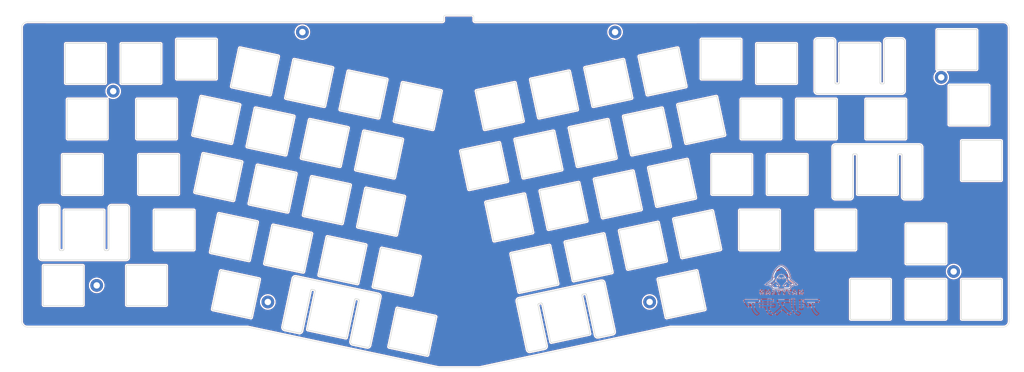
<source format=kicad_pcb>
(kicad_pcb (version 20211014) (generator pcbnew)
  (title_block (title "Arisutea FR4 Top Plate") (date "2021-08-11") (company "mattyams"))
  (layers (0 "F.Cu" signal) (31 "B.Cu" signal) (34 "B.Paste" user) (35 "F.Paste" user) (36 "B.SilkS" user "B.Silkscreen") (37 "F.SilkS" user "F.Silkscreen") (38 "B.Mask" user) (39 "F.Mask" user) (44 "Edge.Cuts" user))
  (net 0 "")
  (footprint "Mounting_Holes:MountingHole_2.2mm_M2_Pad" (layer "F.Cu") (at 344.919949 121.017503)
    (fp_text reference "H8")
    (fp_text value "MountingHole")
  )
  (footprint "Mounting_Holes:MountingHole_2.2mm_M2_Pad" (layer "F.Cu") (at 240.530266 131.46872)
    (fp_text reference "H6")
    (fp_text value "MountingHole")
  )
  (footprint "Mounting_Holes:MountingHole_2.2mm_M2_Pad" (layer "F.Cu") (at 50.6675 125.78)
    (fp_text reference "H2")
    (fp_text value "MountingHole")
  )
  (footprint "Mounting_Holes:MountingHole_2.2mm_M2_Pad" (layer "F.Cu") (at 56.335 59.105)
    (fp_text reference "H1" hide)
    (fp_text value "MountingHole")
  )
  (footprint "Mounting_Holes:MountingHole_2.2mm_M2_Pad" (layer "F.Cu") (at 121.29722 38.792509)
    (fp_text reference "H3")
    (fp_text value "MountingHole")
  )
  (footprint "Mounting_Holes:MountingHole_2.2mm_M2_Pad" (layer "F.Cu") (at 109.429436 131.469368)
    (fp_text reference "H4")
    (fp_text value "MountingHole")
  )
  (footprint "Mounting_Holes:MountingHole_2.2mm_M2_Pad" (layer "F.Cu") (at 340.65 54.342516)
    (fp_text reference "H7")
    (fp_text value "MountingHole")
  )
  (footprint "Mounting_Holes:MountingHole_2.2mm_M2_Pad" (layer "F.Cu") (at 228.662785 38.792509)
    (fp_text reference "H5")
    (fp_text value "MountingHole")
  )
  (footprint "arisutea:arisutea_logo_copper" (layer "F.Cu") (at 285.75 133.35)
    (fp_text reference "G***" hide)
    (fp_text value "LOGO" hide)
  )
  (footprint "arisutea:arisutea_logo_mask" (layer "F.Cu") (at 285.75 133.35)
    (fp_text reference "G***" hide)
    (fp_text value "LOGO" hide)
  )
  (footprint "arisutea:mattyams_logo_copper" (layer "F.Cu") (at 285.75 123.825)
    (fp_text reference "G***" hide)
    (fp_text value "LOGO" hide)
  )
  (footprint "arisutea:mattyams_logo_mask" (layer "F.Cu") (at 285.75 123.825)
    (fp_text reference "G***" hide)
    (fp_text value "LOGO" hide)
  )
  (footprint "arisutea:arisutea_logo_mask" (layer "B.Cu") (at 285.75 133.35 180)
    (fp_text reference "G***" hide)
    (fp_text value "LOGO" hide)
  )
  (footprint "arisutea:arisutea_logo_copper" (layer "B.Cu") (at 285.75 133.35 180)
    (fp_text reference "G***" hide)
    (fp_text value "LOGO" hide)
  )
  (footprint "arisutea:mattyams_logo_mask" (layer "B.Cu") (at 285.75 123.825 180)
    (fp_text reference "G***" hide)
    (fp_text value "LOGO" hide)
  )
  (footprint "arisutea:mattyams_logo_copper" (layer "B.Cu") (at 285.75 123.825 180)
    (fp_text reference "G***" hide)
    (fp_text value "LOGO" hide)
  )
  (gr_line (start 179.654592 33.0085) (end 170.347514 33.0073) (layer "Edge.Cuts") (width 0.15))
  (gr_line (start 180.1166 34.7835) (end 180.1166 33.514414) (layer "Edge.Cuts") (width 0.15))
  (gr_line (start 24.8791 37.291009) (end 24.8791 138.066003) (layer "Edge.Cuts") (width 0.15))
  (gr_arc (start 180.638668 35.291305) (mid 180.270399 35.14765) (end 180.1166 34.7835) (layer "Edge.Cuts") (width 0.15))
  (gr_line (start 169.335686 35.2933) (end 26.8791 35.291009) (layer "Edge.Cuts") (width 0.15))
  (gr_arc (start 179.654592 33.0085) (mid 179.983719 33.17185) (end 180.1166 33.514414) (layer "Edge.Cuts") (width 0.15))
  (gr_arc (start 361.966549 35.291009) (mid 363.380763 35.876795) (end 363.966549 37.291009) (layer "Edge.Cuts") (width 0.15))
  (gr_arc (start 169.8416 34.831292) (mid 169.67825 35.160419) (end 169.335686 35.2933) (layer "Edge.Cuts") (width 0.15))
  (gr_arc (start 24.8791 37.291009) (mid 25.464886 35.876795) (end 26.8791 35.291009) (layer "Edge.Cuts") (width 0.15))
  (gr_arc (start 26.8791 140.066003) (mid 25.464886 139.480217) (end 24.8791 138.066003) (layer "Edge.Cuts") (width 0.15))
  (gr_line (start 168.0666 153.983732) (end 182.0966 153.983732) (layer "Edge.Cuts") (width 0.15))
  (gr_line (start 169.8416 34.831292) (end 169.8416 33.469308) (layer "Edge.Cuts") (width 0.15))
  (gr_line (start 247.5766 140.066003) (end 361.966549 140.066003) (layer "Edge.Cuts") (width 0.15))
  (gr_line (start 26.8791 140.066003) (end 102.5933 140.066003) (layer "Edge.Cuts") (width 0.15))
  (gr_line (start 363.966549 37.291009) (end 363.966549 138.066003) (layer "Edge.Cuts") (width 0.15))
  (gr_arc (start 169.8416 33.469308) (mid 170.00495 33.140181) (end 170.347514 33.0073) (layer "Edge.Cuts") (width 0.15))
  (gr_line (start 180.638668 35.291305) (end 361.966549 35.291009) (layer "Edge.Cuts") (width 0.15))
  (gr_arc (start 363.966549 138.066003) (mid 363.380763 139.480217) (end 361.966549 140.066003) (layer "Edge.Cuts") (width 0.15))
  (gr_line (start 182.0966 153.983732) (end 247.5766 140.066003) (layer "Edge.Cuts") (width 0.15))
  (gr_line (start 122.965912 140.85575) (end 125.709054 127.758198) (layer "Edge.Cuts") (width 0.2))
  (gr_curve (pts (xy 138.552198 146.037875) (xy 138.053176 145.931938) (xy 137.733643 145.439806) (xy 137.83958 144.940784)) (layer "Edge.Cuts") (width 0.2))
  (gr_curve (pts (xy 147.349422 128.698021) (xy 147.8788 128.8288) (xy 148.1836 129.3114) (xy 148.06204 129.795111)) (layer "Edge.Cuts") (width 0.2))
  (gr_curve (pts (xy 194.923951 131.279775) (xy 194.8434 130.683) (xy 195.1228 130.302) (xy 195.636225 130.182684)) (layer "Edge.Cuts") (width 0.2))
  (gr_curve (pts (xy 228.500368 141.46141) (xy 228.6254 142.0114) (xy 228.3714 142.4432) (xy 227.788267 142.558329)) (layer "Edge.Cuts") (width 0.2))
  (gr_curve (pts (xy 217.565635 128.797928) (xy 217.363408 128.840991) (xy 217.233872 129.040462) (xy 217.276936 129.242862)) (layer "Edge.Cuts") (width 0.2))
  (gr_curve (pts (xy 118.356188 67.538446) (xy 118.477628 67.564284) (xy 118.555487 67.684001) (xy 118.529648 67.805269)) (layer "Edge.Cuts") (width 0.2))
  (gr_curve (pts (xy 100.420159 83.201572) (xy 100.541599 83.22741) (xy 100.619458 83.347127) (xy 100.593619 83.468395)) (layer "Edge.Cuts") (width 0.2))
  (gr_curve (pts (xy 137.687652 91.123053) (xy 137.809092 91.148891) (xy 137.886951 91.268608) (xy 137.861112 91.389876)) (layer "Edge.Cuts") (width 0.2))
  (gr_curve (pts (xy 143.043742 111.737126) (xy 143.165182 111.762964) (xy 143.243041 111.882681) (xy 143.217202 112.003949)) (layer "Edge.Cuts") (width 0.2))
  (gr_curve (pts (xy 134.280968 65.607298) (xy 134.159529 65.58146) (xy 134.081842 65.461743) (xy 134.10768 65.340475)) (layer "Edge.Cuts") (width 0.2))
  (gr_curve (pts (xy 168.901251 58.806507) (xy 169.02269 58.832345) (xy 169.10055 58.952062) (xy 169.074711 59.07333)) (layer "Edge.Cuts") (width 0.2))
  (gr_curve (pts (xy 175.542877 79.686714) (xy 175.517039 79.565618) (xy 175.594898 79.445901) (xy 175.716165 79.420063)) (layer "Edge.Cuts") (width 0.2))
  (gr_curve (pts (xy 194.17671 75.725888) (xy 194.150872 75.604792) (xy 194.228731 75.485075) (xy 194.349998 75.459237)) (layer "Edge.Cuts") (width 0.2))
  (gr_curve (pts (xy 212.81037 71.765234) (xy 212.784532 71.644138) (xy 212.862391 71.524421) (xy 212.983658 71.498583)) (layer "Edge.Cuts") (width 0.2))
  (gr_curve (pts (xy 184.16199 97.330254) (xy 184.136152 97.209158) (xy 184.214011 97.089441) (xy 184.335278 97.063603)) (layer "Edge.Cuts") (width 0.2))
  (gr_curve (pts (xy 202.795822 93.369428) (xy 202.769984 93.248332) (xy 202.847843 93.128615) (xy 202.96911 93.102777)) (layer "Edge.Cuts") (width 0.2))
  (gr_curve (pts (xy 240.063143 85.447948) (xy 240.037305 85.326852) (xy 240.115164 85.207135) (xy 240.236431 85.181297)) (layer "Edge.Cuts") (width 0.2))
  (gr_curve (pts (xy 192.781102 114.973794) (xy 192.755264 114.852698) (xy 192.833123 114.732981) (xy 192.954562 114.707143)) (layer "Edge.Cuts") (width 0.2))
  (gr_curve (pts (xy 230.048595 107.052314) (xy 230.022757 106.931218) (xy 230.100616 106.811501) (xy 230.221883 106.785663)) (layer "Edge.Cuts") (width 0.2))
  (gr_curve (pts (xy 236.800293 47.190335) (xy 236.774455 47.069239) (xy 236.852314 46.949522) (xy 236.973581 46.923684)) (layer "Edge.Cuts") (width 0.2))
  (gr_curve (pts (xy 215.86617 65.339614) (xy 215.892008 65.460882) (xy 215.814494 65.580426) (xy 215.693226 65.606265)) (layer "Edge.Cuts") (width 0.2))
  (gr_curve (pts (xy 210.509735 85.953859) (xy 210.535573 86.075127) (xy 210.458059 86.194671) (xy 210.336791 86.22051)) (layer "Edge.Cuts") (width 0.2))
  (gr_curve (pts (xy 219.128675 103.597399) (xy 219.154513 103.718667) (xy 219.076999 103.838211) (xy 218.955731 103.86405)) (layer "Edge.Cuts") (width 0.2))
  (gr_curve (pts (xy 237.762852 99.636573) (xy 237.78869 99.757841) (xy 237.711176 99.877385) (xy 237.589908 99.903224)) (layer "Edge.Cuts") (width 0.2))
  (gr_curve (pts (xy 265.015624 113.319459) (xy 265.041462 113.440727) (xy 264.963948 113.560271) (xy 264.84268 113.58611)) (layer "Edge.Cuts") (width 0.2))
  (gr_curve (pts (xy 259.65919 133.933704) (xy 259.685028 134.054972) (xy 259.607514 134.174516) (xy 259.486246 134.200355)) (layer "Edge.Cuts") (width 0.2))
  (gr_curve (pts (xy 209.114472 125.201593) (xy 209.139965 125.323033) (xy 209.062451 125.442577) (xy 208.941183 125.468416)) (layer "Edge.Cuts") (width 0.2))
  (gr_line (start 102.5933 140.066003) (end 168.0666 153.983732) (layer "Edge.Cuts") (width 0.15))
  (gr_curve (pts (xy 251.735127 116.371814) (xy 251.613859 116.397652) (xy 251.494315 116.320138) (xy 251.468476 116.19887)) (layer "Edge.Cuts") (width 0.2))
  (gr_curve (pts (xy 123.1392 141.1224) (xy 123.035848 141.100524) (xy 122.960917 141.008023) (xy 122.960917 140.902775)) (layer "Edge.Cuts") (width 0.2))
  (gr_curve (pts (xy 122.960917 140.902775) (xy 122.960917 140.8871) (xy 122.962639 140.871252) (xy 122.965912 140.85575)) (layer "Edge.Cuts") (width 0.2))
  (gr_curve (pts (xy 115.198068 141.073665) (xy 114.699046 140.967728) (xy 114.379513 140.475596) (xy 114.48545 139.976574)) (layer "Edge.Cuts") (width 0.2))
  (gr_curve (pts (xy 121.185816 141.400777) (xy 121.079879 141.899799) (xy 120.587747 142.219332) (xy 120.088725 142.113395)) (layer "Edge.Cuts") (width 0.2))
  (gr_curve (pts (xy 203.729443 132.122273) (xy 203.686897 131.920046) (xy 203.487426 131.79051) (xy 203.285026 131.833574)) (layer "Edge.Cuts") (width 0.2))
  (gr_curve (pts (xy 206.061428 111.921095) (xy 206.182868 111.895257) (xy 206.302585 111.973116) (xy 206.328423 112.094383)) (layer "Edge.Cuts") (width 0.2))
  (gr_line (start 136.203677 143.918108) (end 123.1392 141.1224) (layer "Edge.Cuts") (width 0.2))
  (gr_curve (pts (xy 304.295225 96.19475) (xy 303.785007 96.19475) (xy 303.370217 95.779616) (xy 303.370217 95.26957)) (layer "Edge.Cuts") (width 0.2))
  (gr_curve (pts (xy 31.882741 117.014668) (xy 31.372695 117.014668) (xy 30.957561 116.599706) (xy 30.957561 116.08966)) (layer "Edge.Cuts") (width 0.2))
  (gr_arc (start 327.088857 40.986084) (mid 327.795966 41.278978) (end 328.08886 41.986087) (layer "Edge.Cuts") (width 0.2))
  (gr_curve (pts (xy 83.976891 99.809517) (xy 84.100915 99.809517) (xy 84.202028 99.91063) (xy 84.202028 100.034654)) (layer "Edge.Cuts") (width 0.2))
  (gr_line (start 328.08886 41.986087) (end 328.088851 58.926075) (layer "Edge.Cuts") (width 0.2))
  (gr_line (start 128.754519 64.43252) (end 115.647309 61.646472) (layer "Edge.Cuts") (width 0.2))
  (gr_line (start 39.395633 113.434525) (end 39.395633 100.034654) (layer "Edge.Cuts") (width 0.2))
  (gr_line (start 119.104462 122.694425) (end 147.349422 128.698021) (layer "Edge.Cuts") (width 0.2))
  (gr_curve (pts (xy 226.138066 68.707539) (xy 226.243142 68.707539) (xy 226.33547 68.78247) (xy 226.357519 68.885823)) (layer "Edge.Cuts") (width 0.2))
  (gr_curve (pts (xy 356.881852 56.947017) (xy 357.005875 56.947017) (xy 357.106816 57.04813) (xy 357.106816 57.172154)) (layer "Edge.Cuts") (width 0.2))
  (gr_line (start 309.652004 123.622017) (end 323.052048 123.622017) (layer "Edge.Cuts") (width 0.2))
  (gr_curve (pts (xy 312.033254 94.609662) (xy 311.909231 94.609662) (xy 311.808289 94.508721) (xy 311.808289 94.384697)) (layer "Edge.Cuts") (width 0.2))
  (gr_curve (pts (xy 291.021961 56.284525) (xy 291.021961 56.408548) (xy 290.92102 56.509662) (xy 290.796997 56.509662)) (layer "Edge.Cuts") (width 0.2))
  (gr_curve (pts (xy 153.659631 133.699266) (xy 153.681507 133.595913) (xy 153.774008 133.520982) (xy 153.879428 133.520982)) (layer "Edge.Cuts") (width 0.2))
  (gr_line (start 327.088847 59.926078) (end 298.212852 59.926063) (layer "Edge.Cuts") (width 0.2))
  (gr_line (start 61.683678 99.149609) (end 61.683678 116.08966) (layer "Edge.Cuts") (width 0.2))
  (gr_curve (pts (xy 164.420903 149.685887) (xy 164.399027 149.789412) (xy 164.3126 149.864343) (xy 164.154253 149.859347)) (layer "Edge.Cuts") (width 0.2))
  (gr_line (start 285.661737 61.934654) (end 285.661737 75.334525) (layer "Edge.Cuts") (width 0.2))
  (gr_curve (pts (xy 361.376668 137.247025) (xy 361.376668 137.371048) (xy 361.276071 137.472162) (xy 361.152048 137.472162)) (layer "Edge.Cuts") (width 0.2))
  (gr_line (start 304.212855 56.271056) (end 304.212861 41.986076) (layer "Edge.Cuts") (width 0.2))
  (gr_curve (pts (xy 243.376291 103.994619) (xy 243.481366 103.994619) (xy 243.573695 104.06955) (xy 243.595743 104.173075)) (layer "Edge.Cuts") (width 0.2))
  (gr_line (start 311.145798 113.659662) (end 297.745754 113.659662) (layer "Edge.Cuts") (width 0.2))
  (gr_curve (pts (xy 244.771554 64.746885) (xy 244.876974 64.746885) (xy 244.969303 64.821816) (xy 244.991351 64.925169)) (layer "Edge.Cuts") (width 0.2))
  (gr_curve (pts (xy 140.757404 130.685668) (xy 140.702799 130.601608) (xy 140.618739 130.543903) (xy 140.520898 130.52306)) (layer "Edge.Cuts") (width 0.2))
  (gr_line (start 291.087074 61.709517) (end 304.487117 61.709517) (layer "Edge.Cuts") (width 0.2))
  (gr_line (start 314.906808 61.709517) (end 328.306852 61.709517) (layer "Edge.Cuts") (width 0.2))
  (gr_line (start 84.26025 93.696195) (end 87.046299 80.588985) (layer "Edge.Cuts") (width 0.2))
  (gr_curve (pts (xy 294.477048 80.759517) (xy 294.601071 80.759517) (xy 294.702012 80.86063) (xy 294.702012 80.984654)) (layer "Edge.Cuts") (width 0.2))
  (gr_line (start 90.314144 133.934221) (end 93.100021 120.827011) (layer "Edge.Cuts") (width 0.2))
  (gr_line (start 237.589564 99.903396) (end 224.435156 102.69444) (layer "Edge.Cuts") (width 0.2))
  (gr_curve (pts (xy 207.457036 72.673189) (xy 207.472539 72.669916) (xy 207.488387 72.668193) (xy 207.504234 72.668193)) (layer "Edge.Cuts") (width 0.2))
  (gr_curve (pts (xy 32.487011 132.709662) (xy 32.362987 132.709662) (xy 32.261874 132.608548) (xy 32.261874 132.484525)) (layer "Edge.Cuts") (width 0.2))
  (gr_line (start 202.96911 93.102777) (end 216.075976 90.316729) (layer "Edge.Cuts") (width 0.2))
  (gr_curve (pts (xy 357.106816 70.572197) (xy 357.106816 70.696221) (xy 357.005875 70.797162) (xy 356.881852 70.797162)) (layer "Edge.Cuts") (width 0.2))
  (gr_curve (pts (xy 207.504234 72.668193) (xy 207.609654 72.668193) (xy 207.701982 72.743124) (xy 207.724031 72.846649)) (layer "Edge.Cuts") (width 0.2))
  (gr_curve (pts (xy 234.757006 86.351079) (xy 234.862426 86.351079) (xy 234.954755 86.42601) (xy 234.976803 86.529363)) (layer "Edge.Cuts") (width 0.2))
  (gr_curve (pts (xy 328.477039 104.797154) (xy 328.477039 104.67313) (xy 328.577981 104.572017) (xy 328.702004 104.572017)) (layer "Edge.Cuts") (width 0.2))
  (gr_curve (pts (xy 78.851967 94.384525) (xy 78.851967 94.508548) (xy 78.751026 94.609662) (xy 78.627002 94.609662)) (layer "Edge.Cuts") (width 0.2))
  (gr_curve (pts (xy 253.13349 57.418306) (xy 253.159328 57.539573) (xy 253.081814 57.659118) (xy 252.960546 57.684956)) (layer "Edge.Cuts") (width 0.2))
  (gr_line (start 221.602598 89.142123) (end 234.709809 86.356074) (layer "Edge.Cuts") (width 0.2))
  (gr_line (start 311.808289 94.384697) (end 311.808289 80.984654) (layer "Edge.Cuts") (width 0.2))
  (gr_line (start 271.552004 99.809517) (end 284.952048 99.809517) (layer "Edge.Cuts") (width 0.2))
  (gr_curve (pts (xy 328.477039 123.847154) (xy 328.477039 123.72313) (xy 328.577981 123.622017) (xy 328.702004 123.622017)) (layer "Edge.Cuts") (width 0.2))
  (gr_line (start 205.581871 106.47681) (end 202.795822 93.3696) (layer "Edge.Cuts") (width 0.2))
  (gr_line (start 262.229576 100.212249) (end 265.015624 113.319459) (layer "Edge.Cuts") (width 0.2))
  (gr_line (start 227.575016 121.507589) (end 214.467805 124.293638) (layer "Edge.Cuts") (width 0.2))
  (gr_curve (pts (xy 78.627002 80.759517) (xy 78.751026 80.759517) (xy 78.851967 80.86063) (xy 78.851967 80.984654)) (layer "Edge.Cuts") (width 0.2))
  (gr_line (start 219.889697 142.616723) (end 206.782486 145.402772) (layer "Edge.Cuts") (width 0.2))
  (gr_curve (pts (xy 116.441231 100.536432) (xy 116.419354 100.639785) (xy 116.332 100.714716) (xy 116.17458 100.70972)) (layer "Edge.Cuts") (width 0.2))
  (gr_curve (pts (xy 328.171115 96.19475) (xy 327.661241 96.19475) (xy 327.246451 95.779616) (xy 327.246451 95.26957)) (layer "Edge.Cuts") (width 0.2))
  (gr_curve (pts (xy 58.941899 42.884654) (xy 58.941899 42.76063) (xy 59.043013 42.659517) (xy 59.167036 42.659517)) (layer "Edge.Cuts") (width 0.2))
  (gr_curve (pts (xy 38.808072 80.984654) (xy 38.808072 80.86063) (xy 38.909186 80.759517) (xy 39.033209 80.759517)) (layer "Edge.Cuts") (width 0.2))
  (gr_curve (pts (xy 202.585671 68.392485) (xy 202.433398 68.397481) (xy 202.341069 68.32255) (xy 202.319021 68.219025)) (layer "Edge.Cuts") (width 0.2))
  (gr_line (start 89.61634 114.310268) (end 92.402389 101.203058) (layer "Edge.Cuts") (width 0.2))
  (gr_curve (pts (xy 72.792044 56.284525) (xy 72.792044 56.408548) (xy 72.690931 56.509662) (xy 72.566907 56.509662)) (layer "Edge.Cuts") (width 0.2))
  (gr_curve (pts (xy 304.711737 75.334525) (xy 304.711737 75.458548) (xy 304.61114 75.559662) (xy 304.487117 75.559662)) (layer "Edge.Cuts") (width 0.2))
  (gr_curve (pts (xy 243.329093 103.999614) (xy 243.344596 103.996341) (xy 243.360443 103.994619) (xy 243.376291 103.994619)) (layer "Edge.Cuts") (width 0.2))
  (gr_line (start 192.954562 114.707143) (end 206.061428 111.921095) (layer "Edge.Cuts") (width 0.2))
  (gr_line (start 243.595743 104.173075) (end 246.381792 117.280113) (layer "Edge.Cuts") (width 0.2))
  (gr_curve (pts (xy 309.652004 137.472162) (xy 309.527981 137.472162) (xy 309.427039 137.371048) (xy 309.427039 137.247025)) (layer "Edge.Cuts") (width 0.2))
  (gr_curve (pts (xy 77.926959 61.709517) (xy 78.050983 61.709517) (xy 78.152096 61.81063) (xy 78.152096 61.934654)) (layer "Edge.Cuts") (width 0.2))
  (gr_line (start 78.627002 94.609662) (end 65.226959 94.609662) (layer "Edge.Cuts") (width 0.2))
  (gr_curve (pts (xy 65.001822 80.984654) (xy 65.001822 80.86063) (xy 65.102936 80.759517) (xy 65.226959 80.759517)) (layer "Edge.Cuts") (width 0.2))
  (gr_curve (pts (xy 187.214861 110.610752) (xy 187.062415 110.6424) (xy 186.969915 110.540817) (xy 186.948038 110.437464)) (layer "Edge.Cuts") (width 0.2))
  (gr_curve (pts (xy 342.102048 123.622017) (xy 342.226071 123.622017) (xy 342.326668 123.72313) (xy 342.326668 123.847154)) (layer "Edge.Cuts") (width 0.2))
  (gr_curve (pts (xy 220.062985 142.350073) (xy 220.088823 142.471168) (xy 220.010964 142.590885) (xy 219.889697 142.616723)) (layer "Edge.Cuts") (width 0.2))
  (gr_curve (pts (xy 64.526916 75.559662) (xy 64.402892 75.559662) (xy 64.301951 75.458548) (xy 64.301951 75.334525)) (layer "Edge.Cuts") (width 0.2))
  (gr_line (start 272.037074 61.709517) (end 285.437117 61.709517) (layer "Edge.Cuts") (width 0.2))
  (gr_line (start 53.245778 100.034654) (end 53.245778 113.434525) (layer "Edge.Cuts") (width 0.2))
  (gr_curve (pts (xy 297.520789 100.034654) (xy 297.520789 99.91063) (xy 297.621731 99.809517) (xy 297.745754 99.809517)) (layer "Edge.Cuts") (width 0.2))
  (gr_curve (pts (xy 124.410081 107.776472) (xy 124.531521 107.802311) (xy 124.609208 107.922028) (xy 124.583369 108.043295)) (layer "Edge.Cuts") (width 0.2))
  (gr_curve (pts (xy 221.219504 64.431831) (xy 221.0816 64.4652) (xy 220.974557 64.361896) (xy 220.952509 64.258371)) (layer "Edge.Cuts") (width 0.2))
  (gr_curve (pts (xy 206.782486 145.402772) (xy 206.766984 145.406045) (xy 206.751136 145.407767) (xy 206.735289 145.407767)) (layer "Edge.Cuts") (width 0.2))
  (gr_curve (pts (xy 327.246451 80.984654) (xy 327.246451 80.777776) (xy 327.077986 80.609655) (xy 326.87128 80.609655)) (layer "Edge.Cuts") (width 0.2))
  (gr_curve (pts (xy 280.852039 80.984654) (xy 280.852039 80.86063) (xy 280.952981 80.759517) (xy 281.077004 80.759517)) (layer "Edge.Cuts") (width 0.2))
  (gr_line (start 91.616907 55.009323) (end 78.217036 55.009323) (layer "Edge.Cuts") (width 0.2))
  (gr_line (start 105.949709 104.082469) (end 103.163661 117.189679) (layer "Edge.Cuts") (width 0.2))
  (gr_curve (pts (xy 147.655002 68.219886) (xy 147.633125 68.323239) (xy 147.5486 68.4022) (xy 147.388179 68.393174)) (layer "Edge.Cuts") (width 0.2))
  (gr_line (start 140.164331 125.284448) (end 127.05712 122.498571) (layer "Edge.Cuts") (width 0.2))
  (gr_line (start 194.349998 75.459237) (end 207.457036 72.673189) (layer "Edge.Cuts") (width 0.2))
  (gr_line (start 352.934461 38.122154) (end 352.934461 51.522025) (layer "Edge.Cuts") (width 0.2))
  (gr_line (start 214.200811 124.12035) (end 211.414762 111.01314) (layer "Edge.Cuts") (width 0.2))
  (gr_curve (pts (xy 342.102048 104.572017) (xy 342.226071 104.572017) (xy 342.326668 104.67313) (xy 342.326668 104.797154)) (layer "Edge.Cuts") (width 0.2))
  (gr_line (start 347.527039 89.622197) (end 347.527039 76.222154) (layer "Edge.Cuts") (width 0.2))
  (gr_line (start 134.110609 85.046594) (end 121.003398 82.260545) (layer "Edge.Cuts") (width 0.2))
  (gr_line (start 361.152048 89.847162) (end 347.752004 89.847162) (layer "Edge.Cuts") (width 0.2))
  (gr_line (start 137.83958 144.940784) (end 140.809769 130.967994) (layer "Edge.Cuts") (width 0.2))
  (gr_line (start 199.705916 54.845164) (end 212.813126 52.059115) (layer "Edge.Cuts") (width 0.2))
  (gr_curve (pts (xy 263.405387 60.786059) (xy 263.510807 60.786059) (xy 263.603135 60.86099) (xy 263.625184 60.964515)) (layer "Edge.Cuts") (width 0.2))
  (gr_curve (pts (xy 121.797321 121.150505) (xy 121.775444 121.253858) (xy 121.6914 121.3358) (xy 121.53067 121.323794)) (layer "Edge.Cuts") (width 0.2))
  (gr_line (start 54.833623 113.434525) (end 54.833623 99.149609) (layer "Edge.Cuts") (width 0.2))
  (gr_line (start 40.491863 75.334525) (end 40.491863 61.934654) (layer "Edge.Cuts") (width 0.2))
  (gr_line (start 161.850862 115.964775) (end 159.064813 129.071813) (layer "Edge.Cuts") (width 0.2))
  (gr_curve (pts (xy 206.735289 145.407767) (xy 206.629869 145.407767) (xy 206.53754 145.332836) (xy 206.515492 145.229483)) (layer "Edge.Cuts") (width 0.2))
  (gr_line (start 183.685188 72.179851) (end 180.89914 59.072641) (layer "Edge.Cuts") (width 0.2))
  (gr_curve (pts (xy 361.152048 75.997017) (xy 361.276071 75.997017) (xy 361.376668 76.09813) (xy 361.376668 76.222154)) (layer "Edge.Cuts") (width 0.2))
  (gr_line (start 139.46377 85.954549) (end 142.249819 72.847338) (layer "Edge.Cuts") (width 0.2))
  (gr_curve (pts (xy 121.70103 101.884498) (xy 121.579591 101.85866) (xy 121.501904 101.738943) (xy 121.527742 101.617675)) (layer "Edge.Cuts") (width 0.2))
  (gr_curve (pts (xy 97.013649 57.685818) (xy 96.89221 57.659979) (xy 96.814523 57.540262) (xy 96.840361 57.418995)) (layer "Edge.Cuts") (width 0.2))
  (gr_curve (pts (xy 256.606491 120.653034) (xy 256.621994 120.649761) (xy 256.638186 120.648038) (xy 256.653689 120.648038)) (layer "Edge.Cuts") (width 0.2))
  (gr_line (start 145.517492 126.192403) (end 148.303541 113.085365) (layer "Edge.Cuts") (width 0.2))
  (gr_line (start 175.716166 79.420064) (end 188.823548 76.634015) (layer "Edge.Cuts") (width 0.2))
  (gr_curve (pts (xy 53.742044 56.284525) (xy 53.742044 56.408548) (xy 53.640931 56.509662) (xy 53.516907 56.509662)) (layer "Edge.Cuts") (width 0.2))
  (gr_line (start 70.57702 99.809517) (end 83.976891 99.809517) (layer "Edge.Cuts") (width 0.2))
  (gr_line (start 236.973581 46.923684) (end 250.080791 44.137635) (layer "Edge.Cuts") (width 0.2))
  (gr_line (start 196.962586 88.83327) (end 194.17671 75.72606) (layer "Edge.Cuts") (width 0.2))
  (gr_line (start 78.217036 41.159178) (end 91.616907 41.159178) (layer "Edge.Cuts") (width 0.2))
  (gr_line (start 207.724031 72.846649) (end 210.51008 85.95386) (layer "Edge.Cuts") (width 0.2))
  (gr_curve (pts (xy 111.255845 104.985428) (xy 111.271521 104.985428) (xy 111.287368 104.987151) (xy 111.302871 104.990424)) (layer "Edge.Cuts") (width 0.2))
  (gr_line (start 155.794212 56.020631) (end 168.901422 58.806679) (layer "Edge.Cuts") (width 0.2))
  (gr_line (start 148.570364 112.911904) (end 161.677402 115.697953) (layer "Edge.Cuts") (width 0.2))
  (gr_line (start 218.339748 50.88451) (end 231.446959 48.098461) (layer "Edge.Cuts") (width 0.2))
  (gr_line (start 339.309453 37.897017) (end 352.709497 37.897017) (layer "Edge.Cuts") (width 0.2))
  (gr_curve (pts (xy 125.709054 127.758198) (xy 125.751946 127.555971) (xy 125.62241 127.3565) (xy 125.420355 127.313437)) (layer "Edge.Cuts") (width 0.2))
  (gr_curve (pts (xy 143.167248 92.292835) (xy 143.182923 92.292835) (xy 143.198771 92.294558) (xy 143.214274 92.297831)) (layer "Edge.Cuts") (width 0.2))
  (gr_curve (pts (xy 275.652012 94.384525) (xy 275.652012 94.508548) (xy 275.551071 94.609662) (xy 275.427048 94.609662)) (layer "Edge.Cuts") (width 0.2))
  (gr_curve (pts (xy 167.033664 136.312026) (xy 167.155103 136.337864) (xy 167.23279 136.457409) (xy 167.206952 136.578676)) (layer "Edge.Cuts") (width 0.2))
  (gr_line (start 356.881852 70.797162) (end 343.481808 70.797162) (layer "Edge.Cuts") (width 0.2))
  (gr_curve (pts (xy 140.431153 125.111159) (xy 140.409277 125.214512) (xy 140.335 125.2982) (xy 140.164331 125.284448)) (layer "Edge.Cuts") (width 0.2))
  (gr_curve (pts (xy 53.020641 99.809517) (xy 53.144665 99.809517) (xy 53.245778 99.91063) (xy 53.245778 100.034654)) (layer "Edge.Cuts") (width 0.2))
  (gr_curve (pts (xy 60.85 119.085137) (xy 60.85 118.961113) (xy 60.951114 118.86) (xy 61.075137 118.86)) (layer "Edge.Cuts") (width 0.2))
  (gr_line (start 96.843117 77.125113) (end 83.736079 74.339065) (layer "Edge.Cuts") (width 0.2))
  (gr_line (start 259.486246 134.200355) (end 246.379036 136.986231) (layer "Edge.Cuts") (width 0.2))
  (gr_line (start 91.842044 41.384143) (end 91.842044 54.784186) (layer "Edge.Cuts") (width 0.2))
  (gr_line (start 152.744269 89.007248) (end 139.637059 86.221199) (layer "Edge.Cuts") (width 0.2))
  (gr_curve (pts (xy 277.396953 56.509662) (xy 277.27293 56.509662) (xy 277.171988 56.408548) (xy 277.171988 56.284525)) (layer "Edge.Cuts") (width 0.2))
  (gr_line (start 277.171988 56.284525) (end 277.171988 42.884654) (layer "Edge.Cuts") (width 0.2))
  (gr_line (start 202.319021 68.219025) (end 199.532972 55.111987) (layer "Edge.Cuts") (width 0.2))
  (gr_curve (pts (xy 118.007543 123.406871) (xy 118.097633 122.98209) (xy 118.477799 122.673927) (xy 118.911192 122.673927)) (layer "Edge.Cuts") (width 0.2))
  (gr_curve (pts (xy 247.7774 78.032379) (xy 247.789803 78.091118) (xy 247.778778 78.151407) (xy 247.74605 78.201706)) (layer "Edge.Cuts") (width 0.2))
  (gr_line (start 304.487117 75.559662) (end 291.087074 75.559662) (layer "Edge.Cuts") (width 0.2))
  (gr_line (start 46.112019 119.084654) (end 46.112019 132.484525) (layer "Edge.Cuts") (width 0.2))
  (gr_curve (pts (xy 197.442488 94.277555) (xy 197.457991 94.274282) (xy 197.473838 94.272559) (xy 197.489686 94.272559)) (layer "Edge.Cuts") (width 0.2))
  (gr_line (start 326.87128 80.609655) (end 326.033089 80.609655) (layer "Edge.Cuts") (width 0.2))
  (gr_curve (pts (xy 144.539946 146.364815) (xy 144.449685 146.789595) (xy 144.069691 147.097759) (xy 143.636126 147.097759)) (layer "Edge.Cuts") (width 0.2))
  (gr_line (start 339.084488 51.522025) (end 339.084488 38.122154) (layer "Edge.Cuts") (width 0.2))
  (gr_curve (pts (xy 197.229581 89.006559) (xy 197.076963 89.011554) (xy 196.984635 88.936623) (xy 196.962586 88.83327)) (layer "Edge.Cuts") (width 0.2))
  (gr_curve (pts (xy 92.402389 101.203058) (xy 92.424265 101.099705) (xy 92.516766 101.024774) (xy 92.622186 101.024774)) (layer "Edge.Cuts") (width 0.2))
  (gr_line (start 258.346953 41.159178) (end 271.746997 41.159178) (layer "Edge.Cuts") (width 0.2))
  (gr_line (start 52.433252 94.609662) (end 39.033209 94.609662) (layer "Edge.Cuts") (width 0.2))
  (gr_line (start 216.342971 90.490189) (end 219.12902 103.597399) (layer "Edge.Cuts") (width 0.2))
  (gr_curve (pts (xy 285.177012 113.434525) (xy 285.177012 113.558548) (xy 285.076071 113.659662) (xy 284.952048 113.659662)) (layer "Edge.Cuts") (width 0.2))
  (gr_curve (pts (xy 54.458624 113.809524) (xy 54.665502 113.809524) (xy 54.833623 113.641403) (xy 54.833623 113.434525)) (layer "Edge.Cuts") (width 0.2))
  (gr_curve (pts (xy 123.835784 68.708228) (xy 123.851459 68.708228) (xy 123.867306 68.709951) (xy 123.882809 68.713224)) (layer "Edge.Cuts") (width 0.2))
  (gr_line (start 115.476949 81.085767) (end 102.369738 78.299891) (layer "Edge.Cuts") (width 0.2))
  (gr_line (start 54.116871 75.559662) (end 40.717 75.559662) (layer "Edge.Cuts") (width 0.2))
  (gr_curve (pts (xy 155.747186 56.015635) (xy 155.762862 56.015635) (xy 155.778709 56.017358) (xy 155.794212 56.020631)) (layer "Edge.Cuts") (width 0.2))
  (gr_line (start 38.182615 113.809524) (end 39.020634 113.809524) (layer "Edge.Cuts") (width 0.2))
  (gr_line (start 83.562619 74.072242) (end 86.348667 60.965204) (layer "Edge.Cuts") (width 0.2))
  (gr_line (start 230.221883 106.785663) (end 243.329093 103.999614) (layer "Edge.Cuts") (width 0.2))
  (gr_curve (pts (xy 87.266096 80.410701) (xy 87.281771 80.410701) (xy 87.297619 80.412423) (xy 87.313122 80.415696)) (layer "Edge.Cuts") (width 0.2))
  (gr_line (start 246.112041 136.812943) (end 243.326337 123.705733) (layer "Edge.Cuts") (width 0.2))
  (gr_curve (pts (xy 222.897265 143.597886) (xy 222.833531 143.611494) (xy 222.768419 143.618385) (xy 222.703651 143.618385)) (layer "Edge.Cuts") (width 0.2))
  (gr_curve (pts (xy 310.2201 95.26957) (xy 310.2201 95.779616) (xy 309.805311 96.19475) (xy 309.295092 96.19475)) (layer "Edge.Cuts") (width 0.2))
  (gr_curve (pts (xy 262.027004 94.609662) (xy 261.902981 94.609662) (xy 261.802039 94.508548) (xy 261.802039 94.384525)) (layer "Edge.Cuts") (width 0.2))
  (gr_curve (pts (xy 194.179638 56.019942) (xy 194.195141 56.016669) (xy 194.210989 56.014946) (xy 194.226664 56.014946)) (layer "Edge.Cuts") (width 0.2))
  (gr_arc (start 328.088851 58.926076) (mid 327.795956 59.633185) (end 327.088847 59.926078) (layer "Edge.Cuts") (width 0.2))
  (gr_line (start 99.895987 63.844615) (end 97.10994 76.951653) (layer "Edge.Cuts") (width 0.2))
  (gr_curve (pts (xy 61.075137 132.710145) (xy 60.951114 132.710145) (xy 60.85 132.609031) (xy 60.85 132.485008)) (layer "Edge.Cuts") (width 0.2))
  (gr_line (start 343.257188 70.572197) (end 343.257188 57.172154) (layer "Edge.Cuts") (width 0.2))
  (gr_line (start 143.636126 147.097759) (end 138.552198 146.037875) (layer "Edge.Cuts") (width 0.2))
  (gr_line (start 246.208848 117.546935) (end 233.101638 120.332984) (layer "Edge.Cuts") (width 0.2))
  (gr_line (start 158.797991 129.245274) (end 145.690953 126.459225) (layer "Edge.Cuts") (width 0.2))
  (gr_line (start 137.163308 71.766095) (end 134.377431 84.873133) (layer "Edge.Cuts") (width 0.2))
  (gr_curve (pts (xy 202.465093 132.007724) (xy 202.262866 132.050787) (xy 202.13333 132.250258) (xy 202.176394 132.452658)) (layer "Edge.Cuts") (width 0.2))
  (gr_line (start 211.58805 110.746317) (end 224.69526 107.960268) (layer "Edge.Cuts") (width 0.2))
  (gr_curve (pts (xy 361.376668 89.622197) (xy 361.376668 89.746221) (xy 361.276071 89.847162) (xy 361.152048 89.847162)) (layer "Edge.Cuts") (width 0.2))
  (gr_line (start 328.306852 75.559662) (end 314.906808 75.559662) (layer "Edge.Cuts") (width 0.2))
  (gr_curve (pts (xy 136.893729 52.233265) (xy 136.915606 52.12974) (xy 137.008106 52.054809) (xy 137.113526 52.054809)) (layer "Edge.Cuts") (width 0.2))
  (gr_curve (pts (xy 218.463772 128.615511) (xy 218.437589 128.615511) (xy 218.411062 128.618267) (xy 218.385568 128.623779)) (layer "Edge.Cuts") (width 0.2))
  (gr_curve (pts (xy 137.113526 52.054809) (xy 137.129201 52.054809) (xy 137.145049 52.056532) (xy 137.160552 52.059804)) (layer "Edge.Cuts") (width 0.2))
  (gr_curve (pts (xy 148.303541 113.085365) (xy 148.325417 112.981839) (xy 148.417918 112.906909) (xy 148.523338 112.906909)) (layer "Edge.Cuts") (width 0.2))
  (gr_arc (start 303.212858 40.986073) (mid 303.919967 41.278967) (end 304.212861 41.986076) (layer "Edge.Cuts") (width 0.2))
  (gr_curve (pts (xy 140.809769 130.967994) (xy 140.830612 130.869981) (xy 140.812009 130.769729) (xy 140.757404 130.685668)) (layer "Edge.Cuts") (width 0.2))
  (gr_line (start 137.861112 91.389876) (end 135.075063 104.497086) (layer "Edge.Cuts") (width 0.2))
  (gr_curve (pts (xy 52.433252 80.759517) (xy 52.557276 80.759517) (xy 52.658217 80.86063) (xy 52.658217 80.984654)) (layer "Edge.Cuts") (width 0.2))
  (gr_line (start 121.53067 121.323794) (end 108.42346 118.537745) (layer "Edge.Cuts") (width 0.2))
  (gr_curve (pts (xy 271.812109 61.934654) (xy 271.812109 61.81063) (xy 271.91305 61.709517) (xy 272.037074 61.709517)) (layer "Edge.Cuts") (width 0.2))
  (gr_curve (pts (xy 297.745754 113.659662) (xy 297.621731 113.659662) (xy 297.520789 113.558548) (xy 297.520789 113.434525)) (layer "Edge.Cuts") (width 0.2))
  (gr_line (start 60.85 132.485008) (end 60.85 119.085137) (layer "Edge.Cuts") (width 0.2))
  (gr_line (start 134.10768 65.340475) (end 136.893729 52.233265) (layer "Edge.Cuts") (width 0.2))
  (gr_curve (pts (xy 197.489686 94.272559) (xy 197.595106 94.272559) (xy 197.687434 94.34749) (xy 197.709483 94.450843)) (layer "Edge.Cuts") (width 0.2))
  (gr_line (start 124.580441 88.337177) (end 137.687651 91.123225) (layer "Edge.Cuts") (width 0.2))
  (gr_curve (pts (xy 86.348667 60.965204) (xy 86.370544 60.861679) (xy 86.463044 60.786748) (xy 86.568464 60.786748)) (layer "Edge.Cuts") (width 0.2))
  (gr_curve (pts (xy 214.467805 124.293638) (xy 214.3252 124.3076) (xy 214.222859 124.223703) (xy 214.200811 124.12035)) (layer "Edge.Cuts") (width 0.2))
  (gr_line (start 263.625184 60.964515) (end 266.411233 74.071553) (layer "Edge.Cuts") (width 0.2))
  (gr_curve (pts (xy 131.63393 50.885199) (xy 131.755369 50.911037) (xy 131.833228 51.030754) (xy 131.80739 51.152022)) (layer "Edge.Cuts") (width 0.2))
  (gr_line (start 361.152048 137.472162) (end 347.752004 137.472162) (layer "Edge.Cuts") (width 0.2))
  (gr_curve (pts (xy 250.127989 44.13264) (xy 250.233064 44.13264) (xy 250.325393 44.207571) (xy 250.347441 44.311096)) (layer "Edge.Cuts") (width 0.2))
  (gr_line (start 155.79714 75.726749) (end 153.011092 88.833959) (layer "Edge.Cuts") (width 0.2))
  (gr_curve (pts (xy 347.527039 123.847154) (xy 347.527039 123.72313) (xy 347.627981 123.622017) (xy 347.752004 123.622017)) (layer "Edge.Cuts") (width 0.2))
  (gr_line (start 321.088856 41.986085) (end 321.08885 56.271065) (layer "Edge.Cuts") (width 0.2))
  (gr_line (start 99.893059 44.138496) (end 113.000269 46.924373) (layer "Edge.Cuts") (width 0.2))
  (gr_line (start 347.527039 137.247025) (end 347.527039 123.847154) (layer "Edge.Cuts") (width 0.2))
  (gr_curve (pts (xy 113.000269 46.924373) (xy 113.121709 46.950211) (xy 113.199396 47.069928) (xy 113.173558 47.191195)) (layer "Edge.Cuts") (width 0.2))
  (gr_curve (pts (xy 334.09599 95.26957) (xy 334.09599 95.779616) (xy 333.681201 96.19475) (xy 333.171327 96.19475)) (layer "Edge.Cuts") (width 0.2))
  (gr_curve (pts (xy 150.26759 54.845853) (xy 150.389029 54.871691) (xy 150.466889 54.991408) (xy 150.44105 55.112676)) (layer "Edge.Cuts") (width 0.2))
  (gr_curve (pts (xy 352.709497 37.897017) (xy 352.83352 37.897017) (xy 352.934461 37.99813) (xy 352.934461 38.122154)) (layer "Edge.Cuts") (width 0.2))
  (gr_line (start 140.520898 130.52306) (end 139.701137 130.34891) (layer "Edge.Cuts") (width 0.2))
  (gr_curve (pts (xy 40.117036 56.509662) (xy 39.993013 56.509662) (xy 39.891899 56.408548) (xy 39.891899 56.284525)) (layer "Edge.Cuts") (width 0.2))
  (gr_curve (pts (xy 70.57702 113.659662) (xy 70.452997 113.659662) (xy 70.351883 113.558548) (xy 70.351883 113.434525)) (layer "Edge.Cuts") (width 0.2))
  (gr_curve (pts (xy 212.813126 52.059115) (xy 212.828629 52.055843) (xy 212.844476 52.05412) (xy 212.860324 52.05412)) (layer "Edge.Cuts") (width 0.2))
  (gr_curve (pts (xy 108.42346 118.537745) (xy 108.30202 118.511907) (xy 108.224334 118.39219) (xy 108.250172 118.270922)) (layer "Edge.Cuts") (width 0.2))
  (gr_line (start 156.494772 95.350702) (end 153.708723 108.45774) (layer "Edge.Cuts") (width 0.2))
  (gr_curve (pts (xy 153.708723 108.45774) (xy 153.686847 108.561265) (xy 153.5938 108.6358) (xy 153.441901 108.631201)) (layer "Edge.Cuts") (width 0.2))
  (gr_curve (pts (xy 339.084488 38.122154) (xy 339.084488 37.99813) (xy 339.18543 37.897017) (xy 339.309453 37.897017)) (layer "Edge.Cuts") (width 0.2))
  (gr_curve (pts (xy 121.003398 82.260545) (xy 120.881959 82.234707) (xy 120.804272 82.11499) (xy 120.83011 81.993722)) (layer "Edge.Cuts") (width 0.2))
  (gr_line (start 294.702012 80.984654) (end 294.702012 94.384525) (layer "Edge.Cuts") (width 0.2))
  (gr_curve (pts (xy 223.881184 124.178917) (xy 223.944919 124.165308) (xy 224.010031 124.15859) (xy 224.074454 124.15859)) (layer "Edge.Cuts") (width 0.2))
  (gr_line (start 54.342008 61.934654) (end 54.342008 75.334525) (layer "Edge.Cuts") (width 0.2))
  (gr_line (start 334.09599 78.329691) (end 334.09599 95.26957) (layer "Edge.Cuts") (width 0.2))
  (gr_line (start 77.991899 54.784186) (end 77.991899 41.384143) (layer "Edge.Cuts") (width 0.2))
  (gr_line (start 314.682188 75.334525) (end 314.682188 61.934654) (layer "Edge.Cuts") (width 0.2))
  (gr_curve (pts (xy 91.616907 41.159178) (xy 91.740931 41.159178) (xy 91.842044 41.260119) (xy 91.842044 41.384143)) (layer "Edge.Cuts") (width 0.2))
  (gr_curve (pts (xy 54.116871 61.709517) (xy 54.240894 61.709517) (xy 54.342008 61.81063) (xy 54.342008 61.934654)) (layer "Edge.Cuts") (width 0.2))
  (gr_line (start 213.080121 52.232576) (end 215.86617 65.339614) (layer "Edge.Cuts") (width 0.2))
  (gr_line (start 110.120859 60.471694) (end 97.013649 57.685818) (layer "Edge.Cuts") (width 0.2))
  (gr_line (start 271.746997 55.009323) (end 258.346953 55.009323) (layer "Edge.Cuts") (width 0.2))
  (gr_curve (pts (xy 339.309453 51.747162) (xy 339.18543 51.747162) (xy 339.084488 51.646048) (xy 339.084488 51.522025)) (layer "Edge.Cuts") (width 0.2))
  (gr_line (start 328.702004 104.572017) (end 342.102048 104.572017) (layer "Edge.Cuts") (width 0.2))
  (gr_line (start 234.976803 86.529363) (end 237.762852 99.636573) (layer "Edge.Cuts") (width 0.2))
  (gr_curve (pts (xy 127.05712 122.498571) (xy 126.935681 122.472733) (xy 126.857994 122.353016) (xy 126.883832 122.231749)) (layer "Edge.Cuts") (width 0.2))
  (gr_line (start 327.088857 40.986083) (end 322.088861 40.986081) (layer "Edge.Cuts") (width 0.2))
  (gr_line (start 252.863739 76.950964) (end 250.07769 63.843926) (layer "Edge.Cuts") (width 0.2))
  (gr_curve (pts (xy 37.807789 113.434525) (xy 37.807789 113.641403) (xy 37.975909 113.809524) (xy 38.182615 113.809524)) (layer "Edge.Cuts") (width 0.2))
  (gr_curve (pts (xy 139.637059 86.221199) (xy 139.515619 86.195361) (xy 139.437932 86.075816) (xy 139.46377 85.954549)) (layer "Edge.Cuts") (width 0.2))
  (gr_curve (pts (xy 119.053991 87.162399) (xy 119.175431 87.188237) (xy 119.253118 87.307954) (xy 119.22728 87.429222)) (layer "Edge.Cuts") (width 0.2))
  (gr_curve (pts (xy 136.99002 71.499272) (xy 137.111459 71.525111) (xy 137.189146 71.644828) (xy 137.163308 71.766095)) (layer "Edge.Cuts") (width 0.2))
  (gr_line (start 343.481808 56.947017) (end 356.881852 56.947017) (layer "Edge.Cuts") (width 0.2))
  (gr_line (start 58.941899 56.284525) (end 58.941899 42.884654) (layer "Edge.Cuts") (width 0.2))
  (gr_line (start 65.001822 94.384525) (end 65.001822 80.984654) (layer "Edge.Cuts") (width 0.2))
  (gr_line (start 327.246451 95.26957) (end 327.246451 80.984654) (layer "Edge.Cuts") (width 0.2))
  (gr_line (start 53.742044 42.884654) (end 53.742044 56.284525) (layer "Edge.Cuts") (width 0.2))
  (gr_line (start 39.62077 99.809517) (end 53.020641 99.809517) (layer "Edge.Cuts") (width 0.2))
  (gr_curve (pts (xy 328.531816 75.334525) (xy 328.531816 75.458548) (xy 328.430875 75.559662) (xy 328.306852 75.559662)) (layer "Edge.Cuts") (width 0.2))
  (gr_curve (pts (xy 54.833623 99.149609) (xy 54.833623 98.639562) (xy 55.248585 98.224601) (xy 55.758631 98.224601)) (layer "Edge.Cuts") (width 0.2))
  (gr_line (start 303.370217 95.26957) (end 303.370217 78.329691) (layer "Edge.Cuts") (width 0.2))
  (gr_curve (pts (xy 234.500002 61.37896) (xy 234.52584 61.500227) (xy 234.447981 61.619944) (xy 234.326714 61.645783)) (layer "Edge.Cuts") (width 0.2))
  (gr_line (start 224.978447 124.891362) (end 228.500368 141.46141) (layer "Edge.Cuts") (width 0.2))
  (gr_curve (pts (xy 124.522219 127.130847) (xy 124.346519 127.130847) (xy 124.192523 127.255904) (xy 124.155833 127.427986)) (layer "Edge.Cuts") (width 0.2))
  (gr_line (start 113.173558 47.191195) (end 110.387509 60.298406) (layer "Edge.Cuts") (width 0.2))
  (gr_curve (pts (xy 123.616159 68.886512) (xy 123.638035 68.783159) (xy 123.730364 68.708228) (xy 123.835784 68.708228)) (layer "Edge.Cuts") (width 0.2))
  (gr_curve (pts (xy 290.862109 61.934654) (xy 290.862109 61.81063) (xy 290.96305 61.709517) (xy 291.087074 61.709517)) (layer "Edge.Cuts") (width 0.2))
  (gr_curve (pts (xy 271.552004 113.659662) (xy 271.427981 113.659662) (xy 271.327039 113.558548) (xy 271.327039 113.434525)) (layer "Edge.Cuts") (width 0.2))
  (gr_arc (start 321.088856 41.986086) (mid 321.381751 41.278976) (end 322.088861 40.986081) (layer "Edge.Cuts") (width 0.2))
  (gr_curve (pts (xy 129.889506 108.946255) (xy 129.905181 108.946255) (xy 129.921028 108.947977) (xy 129.936531 108.95125)) (layer "Edge.Cuts") (width 0.2))
  (gr_curve (pts (xy 234.496902 81.085078) (xy 234.344284 81.1022) (xy 234.251955 81.015143) (xy 234.230251 80.911962)) (layer "Edge.Cuts") (width 0.2))
  (gr_curve (pts (xy 261.802039 80.984654) (xy 261.802039 80.86063) (xy 261.902981 80.759517) (xy 262.027004 80.759517)) (layer "Edge.Cuts") (width 0.2))
  (gr_curve (pts (xy 159.064813 129.071813) (xy 159.042937 129.175339) (xy 158.950436 129.2606) (xy 158.797991 129.245274)) (layer "Edge.Cuts") (width 0.2))
  (gr_curve (pts (xy 303.370217 78.329691) (xy 303.370217 77.819645) (xy 303.785007 77.404511) (xy 304.295225 77.404511)) (layer "Edge.Cuts") (width 0.2))
  (gr_line (start 342.326668 123.847154) (end 342.326668 137.247025) (layer "Edge.Cuts") (width 0.2))
  (gr_line (start 116.17458 100.70972) (end 103.06737 97.923672) (layer "Edge.Cuts") (width 0.2))
  (gr_line (start 256.223396 95.942742) (end 243.116186 98.728618) (layer "Edge.Cuts") (width 0.2))
  (gr_line (start 280.852039 94.384525) (end 280.852039 80.984654) (layer "Edge.Cuts") (width 0.2))
  (gr_line (start 53.620777 113.809524) (end 54.458624 113.809524) (layer "Edge.Cuts") (width 0.2))
  (gr_line (start 189.090199 76.807303) (end 191.876247 89.914514) (layer "Edge.Cuts") (width 0.2))
  (gr_arc (start 321.08885 56.271065) (mid 321.000982 56.483199) (end 320.788849 56.571068) (layer "Edge.Cuts") (width 0.2))
  (gr_line (start 102.896838 117.36314) (end 89.789801 114.577091) (layer "Edge.Cuts") (width 0.2))
  (gr_curve (pts (xy 199.349693 148.582423) (xy 198.9163 148.582423) (xy 198.536306 148.274259) (xy 198.446044 147.849651)) (layer "Edge.Cuts") (width 0.2))
  (gr_curve (pts (xy 216.075976 90.316729) (xy 216.091479 90.313456) (xy 216.107326 90.311733) (xy 216.123174 90.311733)) (layer "Edge.Cuts") (width 0.2))
  (gr_line (start 38.808072 94.384525) (end 38.808072 80.984654) (layer "Edge.Cuts") (width 0.2))
  (gr_line (start 275.427048 94.609662) (end 262.027004 94.609662) (layer "Edge.Cuts") (width 0.2))
  (gr_line (start 83.976891 113.659662) (end 70.57702 113.659662) (layer "Edge.Cuts") (width 0.2))
  (gr_curve (pts (xy 285.661737 75.334525) (xy 285.661737 75.458548) (xy 285.56114 75.559662) (xy 285.437117 75.559662)) (layer "Edge.Cuts") (width 0.2))
  (gr_arc (start 305.650865 42.871057) (mid 305.738742 42.658936) (end 305.950869 42.571075) (layer "Edge.Cuts") (width 0.2))
  (gr_line (start 39.033209 80.759517) (end 52.433252 80.759517) (layer "Edge.Cuts") (width 0.2))
  (gr_line (start 342.102048 137.472162) (end 328.702004 137.472162) (layer "Edge.Cuts") (width 0.2))
  (gr_curve (pts (xy 156.321312 95.083879) (xy 156.442751 95.109718) (xy 156.52061 95.229435) (xy 156.494772 95.350702)) (layer "Edge.Cuts") (width 0.2))
  (gr_curve (pts (xy 90.487433 134.200872) (xy 90.365993 134.175033) (xy 90.288306 134.055489) (xy 90.314144 133.934221)) (layer "Edge.Cuts") (width 0.2))
  (gr_curve (pts (xy 258.121988 41.384143) (xy 258.121988 41.260119) (xy 258.22293 41.159178) (xy 258.346953 41.159178)) (layer "Edge.Cuts") (width 0.2))
  (gr_line (start 114.48545 139.976574) (end 118.007543 123.406871) (layer "Edge.Cuts") (width 0.2))
  (gr_line (start 347.752004 75.997017) (end 361.152048 75.997017) (layer "Edge.Cuts") (width 0.2))
  (gr_line (start 131.80739 51.152022) (end 129.021341 64.25906) (layer "Edge.Cuts") (width 0.2))
  (gr_curve (pts (xy 91.842044 54.784186) (xy 91.842044 54.908209) (xy 91.740931 55.009323) (xy 91.616907 55.009323)) (layer "Edge.Cuts") (width 0.2))
  (gr_line (start 72.566907 56.509662) (end 59.167036 56.509662) (layer "Edge.Cuts") (width 0.2))
  (gr_curve (pts (xy 194.226664 56.014946) (xy 194.332084 56.014946) (xy 194.424584 56.089877) (xy 194.446461 56.19323)) (layer "Edge.Cuts") (width 0.2))
  (gr_line (start 305.350861 56.57106) (end 304.512855 56.57106) (layer "Edge.Cuts") (width 0.2))
  (gr_curve (pts (xy 36.882608 98.224601) (xy 37.392655 98.224601) (xy 37.807789 98.639562) (xy 37.807789 99.149609)) (layer "Edge.Cuts") (width 0.2))
  (gr_line (start 124.583369 108.043295) (end 121.797321 121.150505) (layer "Edge.Cuts") (width 0.2))
  (gr_curve (pts (xy 166.288662 72.18054) (xy 166.266786 72.283893) (xy 166.1922 72.3646) (xy 166.021839 72.354001)) (layer "Edge.Cuts") (width 0.2))
  (gr_curve (pts (xy 155.62368 75.459926) (xy 155.745119 75.485765) (xy 155.822979 75.605482) (xy 155.79714 75.726749)) (layer "Edge.Cuts") (width 0.2))
  (gr_line (start 186.948038 110.437464) (end 184.16199 97.330254) (layer "Edge.Cuts") (width 0.2))
  (gr_curve (pts (xy 180.89914 59.072641) (xy 180.873301 58.951373) (xy 180.951161 58.831656) (xy 181.0726 58.805818)) (layer "Edge.Cuts") (width 0.2))
  (gr_line (start 40.117036 42.659517) (end 53.516907 42.659517) (layer "Edge.Cuts") (width 0.2))
  (gr_curve (pts (xy 30.957561 99.149609) (xy 30.957561 98.639562) (xy 31.372695 98.224601) (xy 31.882741 98.224601)) (layer "Edge.Cuts") (width 0.2))
  (gr_line (start 64.526916 61.709517) (end 77.926959 61.709517) (layer "Edge.Cuts") (width 0.2))
  (gr_curve (pts (xy 99.626237 44.311785) (xy 99.648113 44.208432) (xy 99.740614 44.133501) (xy 99.846034 44.133501)) (layer "Edge.Cuts") (width 0.2))
  (gr_curve (pts (xy 188.823548 76.634015) (xy 188.839051 76.630742) (xy 188.854899 76.62902) (xy 188.870574 76.62902)) (layer "Edge.Cuts") (width 0.2))
  (gr_curve (pts (xy 212.860324 52.05412) (xy 212.965744 52.05412) (xy 213.058072 52.129051) (xy 213.080121 52.232576)) (layer "Edge.Cuts") (width 0.2))
  (gr_line (start 125.420355 127.313437) (end 124.600595 127.139115) (layer "Edge.Cuts") (width 0.2))
  (gr_curve (pts (xy 224.742458 107.955273) (xy 224.847878 107.955273) (xy 224.940207 108.030204) (xy 224.962255 108.133729)) (layer "Edge.Cuts") (width 0.2))
  (gr_line (start 271.812109 75.334525) (end 271.812109 61.934654) (layer "Edge.Cuts") (width 0.2))
  (gr_curve (pts (xy 102.925432 97.826175) (xy 102.892704 97.775705) (xy 102.881507 97.71576) (xy 102.894082 97.657021)) (layer "Edge.Cuts") (width 0.2))
  (gr_line (start 45.886882 132.709662) (end 32.487011 132.709662) (layer "Edge.Cuts") (width 0.2))
  (gr_line (start 218.385568 128.623779) (end 217.565635 128.797928) (layer "Edge.Cuts") (width 0.2))
  (gr_curve (pts (xy 153.879428 133.520982) (xy 153.895103 133.520982) (xy 153.910951 133.522705) (xy 153.926454 133.525977)) (layer "Edge.Cuts") (width 0.2))
  (gr_curve (pts (xy 222.703651 143.618385) (xy 222.270602 143.618385) (xy 221.890608 143.310221) (xy 221.800347 142.885613)) (layer "Edge.Cuts") (width 0.2))
  (gr_curve (pts (xy 246.379036 136.986231) (xy 246.226418 136.991227) (xy 246.13409 136.916296) (xy 246.112041 136.812943)) (layer "Edge.Cuts") (width 0.2))
  (gr_curve (pts (xy 118.479866 48.094155) (xy 118.495541 48.094155) (xy 118.511216 48.095878) (xy 118.526719 48.09915)) (layer "Edge.Cuts") (width 0.2))
  (gr_curve (pts (xy 139.701137 130.34891) (xy 139.675472 130.343398) (xy 139.649117 130.340642) (xy 139.622934 130.340642)) (layer "Edge.Cuts") (width 0.2))
  (gr_curve (pts (xy 218.16646 51.15116) (xy 218.140622 51.030065) (xy 218.218481 50.910348) (xy 218.339748 50.88451)) (layer "Edge.Cuts") (width 0.2))
  (gr_arc (start 297.212858 41.986073) (mid 297.505752 41.278963) (end 298.212862 40.986069) (layer "Edge.Cuts") (width 0.2))
  (gr_curve (pts (xy 115.647309 61.646472) (xy 115.525869 61.620633) (xy 115.448182 61.500916) (xy 115.47402 61.379649)) (layer "Edge.Cuts") (width 0.2))
  (gr_line (start 357.106816 57.172154) (end 357.106816 70.572197) (layer "Edge.Cuts") (width 0.2))
  (gr_curve (pts (xy 291.087074 75.559662) (xy 290.96305 75.559662) (xy 290.862109 75.458548) (xy 290.862109 75.334525)) (layer "Edge.Cuts") (width 0.2))
  (gr_line (start 178.328926 92.793924) (end 175.542877 79.686714) (layer "Edge.Cuts") (width 0.2))
  (gr_curve (pts (xy 347.752004 89.847162) (xy 347.627981 89.847162) (xy 347.527039 89.746221) (xy 347.527039 89.622197)) (layer "Edge.Cuts") (width 0.2))
  (gr_line (start 256.873486 120.826322) (end 259.659535 133.933532) (layer "Edge.Cuts") (width 0.2))
  (gr_line (start 320.788849 56.571068) (end 319.950866 56.571068) (layer "Edge.Cuts") (width 0.2))
  (gr_line (start 121.527742 101.617675) (end 124.313791 88.510465) (layer "Edge.Cuts") (width 0.2))
  (gr_line (start 252.960546 57.684956) (end 239.853336 60.471005) (layer "Edge.Cuts") (width 0.2))
  (gr_curve (pts (xy 32.261874 119.084654) (xy 32.261874 118.96063) (xy 32.362987 118.859517) (xy 32.487011 118.859517)) (layer "Edge.Cuts") (width 0.2))
  (gr_curve (pts (xy 343.257188 57.172154) (xy 343.257188 57.04813) (xy 343.357785 56.947017) (xy 343.481808 56.947017)) (layer "Edge.Cuts") (width 0.2))
  (gr_curve (pts (xy 124.600595 127.139115) (xy 124.574757 127.133603) (xy 124.548402 127.130847) (xy 124.522219 127.130847)) (layer "Edge.Cuts") (width 0.2))
  (gr_curve (pts (xy 145.690953 126.459225) (xy 145.569513 126.433387) (xy 145.491654 126.31367) (xy 145.517492 126.192403)) (layer "Edge.Cuts") (width 0.2))
  (gr_curve (pts (xy 105.776421 103.815818) (xy 105.897861 103.841657) (xy 105.975547 103.961201) (xy 105.949709 104.082469)) (layer "Edge.Cuts") (width 0.2))
  (gr_line (start 271.327039 113.434525) (end 271.327039 100.034654) (layer "Edge.Cuts") (width 0.2))
  (gr_line (start 304.295225 77.404511) (end 333.171327 77.404511) (layer "Edge.Cuts") (width 0.2))
  (gr_curve (pts (xy 104.982326 64.925858) (xy 105.004203 64.822505) (xy 105.096704 64.747574) (xy 105.202124 64.747574)) (layer "Edge.Cuts") (width 0.2))
  (gr_line (start 347.752004 123.622017) (end 361.152048 123.622017) (layer "Edge.Cuts") (width 0.2))
  (gr_line (start 87.313122 80.415696) (end 100.420331 83.201745) (layer "Edge.Cuts") (width 0.2))
  (gr_line (start 93.366844 120.65355) (end 106.474053 123.439599) (layer "Edge.Cuts") (width 0.2))
  (gr_line (start 102.894082 97.657021) (end 105.679958 84.549811) (layer "Edge.Cuts") (width 0.2))
  (gr_curve (pts (xy 103.163661 117.189679) (xy 103.141784 117.293204) (xy 103.0732 117.3988) (xy 102.896838 117.36314)) (layer "Edge.Cuts") (width 0.2))
  (gr_curve (pts (xy 60.75867 98.224601) (xy 61.268717 98.224601) (xy 61.683678 98.639562) (xy 61.683678 99.149609)) (layer "Edge.Cuts") (width 0.2))
  (gr_line (start 78.851967 80.984654) (end 78.851967 94.384525) (layer "Edge.Cuts") (width 0.2))
  (gr_curve (pts (xy 352.934461 51.522025) (xy 352.934461 51.646048) (xy 352.83352 51.747162) (xy 352.709497 51.747162)) (layer "Edge.Cuts") (width 0.2))
  (gr_line (start 208.941183 125.468416) (end 195.786775 128.25946) (layer "Edge.Cuts") (width 0.2))
  (gr_line (start 181.0726 58.805818) (end 194.179638 56.019942) (layer "Edge.Cuts") (width 0.2))
  (gr_line (start 310.2201 80.984654) (end 310.2201 95.26957) (layer "Edge.Cuts") (width 0.2))
  (gr_line (start 55.758631 98.224601) (end 60.75867 98.224601) (layer "Edge.Cuts") (width 0.2))
  (gr_curve (pts (xy 325.658262 94.384697) (xy 325.658262 94.508721) (xy 325.557321 94.609662) (xy 325.433298 94.609662)) (layer "Edge.Cuts") (width 0.2))
  (gr_curve (pts (xy 53.516907 42.659517) (xy 53.640931 42.659517) (xy 53.742044 42.76063) (xy 53.742044 42.884654)) (layer "Edge.Cuts") (width 0.2))
  (gr_curve (pts (xy 99.846034 44.133501) (xy 99.861709 44.133501) (xy 99.877556 44.135224) (xy 99.893059 44.138496)) (layer "Edge.Cuts") (width 0.2))
  (gr_line (start 60.75867 117.014668) (end 31.882741 117.014668) (layer "Edge.Cuts") (width 0.2))
  (gr_curve (pts (xy 231.446959 48.098461) (xy 231.462462 48.095189) (xy 231.478309 48.093466) (xy 231.494156 48.093466)) (layer "Edge.Cuts") (width 0.2))
  (gr_line (start 37.807789 99.149609) (end 37.807789 113.434525) (layer "Edge.Cuts") (width 0.2))
  (gr_curve (pts (xy 277.171988 42.884654) (xy 277.171988 42.76063) (xy 277.27293 42.659517) (xy 277.396953 42.659517)) (layer "Edge.Cuts") (width 0.2))
  (gr_line (start 221.800347 142.885613) (end 218.83033 128.912478) (layer "Edge.Cuts") (width 0.2))
  (gr_curve (pts (xy 244.724357 64.751881) (xy 244.73986 64.748608) (xy 244.756051 64.746885) (xy 244.771554 64.746885)) (layer "Edge.Cuts") (width 0.2))
  (gr_curve (pts (xy 89.789801 114.577091) (xy 89.668361 114.551253) (xy 89.590502 114.431536) (xy 89.61634 114.310268)) (layer "Edge.Cuts") (width 0.2))
  (gr_curve (pts (xy 124.313791 88.510465) (xy 124.335667 88.407112) (xy 124.428168 88.332181) (xy 124.533416 88.332181)) (layer "Edge.Cuts") (width 0.2))
  (gr_curve (pts (xy 250.07769 63.843926) (xy 250.051852 63.722658) (xy 250.129711 63.602941) (xy 250.250979 63.577103)) (layer "Edge.Cuts") (width 0.2))
  (gr_curve (pts (xy 135.075063 104.497086) (xy 135.053187 104.600439) (xy 134.9756 104.6988) (xy 134.808241 104.670374)) (layer "Edge.Cuts") (width 0.2))
  (gr_arc (start 319.350872 42.571083) (mid 319.563004 42.658938) (end 319.650873 42.871064) (layer "Edge.Cuts") (width 0.2))
  (gr_line (start 247.604112 78.29903) (end 234.496902 81.085078) (layer "Edge.Cuts") (width 0.2))
  (gr_curve (pts (xy 263.358189 60.791054) (xy 263.373692 60.787782) (xy 263.389539 60.786059) (xy 263.405387 60.786059)) (layer "Edge.Cuts") (width 0.2))
  (gr_curve (pts (xy 233.101638 120.332984) (xy 232.94902 120.33798) (xy 232.856692 120.263049) (xy 232.834643 120.159524)) (layer "Edge.Cuts") (width 0.2))
  (gr_line (start 206.328423 112.094383) (end 209.114472 125.201593) (layer "Edge.Cuts") (width 0.2))
  (gr_curve (pts (xy 361.152048 123.622017) (xy 361.276071 123.622017) (xy 361.376668 123.72313) (xy 361.376668 123.847154)) (layer "Edge.Cuts") (width 0.2))
  (gr_line (start 309.295092 96.19475) (end 304.295225 96.19475) (layer "Edge.Cuts") (width 0.2))
  (gr_curve (pts (xy 86.568464 60.786748) (xy 86.58414 60.786748) (xy 86.599987 60.788471) (xy 86.61549 60.791743)) (layer "Edge.Cuts") (width 0.2))
  (gr_curve (pts (xy 294.702012 94.384525) (xy 294.702012 94.508548) (xy 294.601071 94.609662) (xy 294.477048 94.609662)) (layer "Edge.Cuts") (width 0.2))
  (gr_curve (pts (xy 129.021341 64.25906) (xy 128.999465 64.362585) (xy 128.906964 64.4398) (xy 128.754519 64.43252)) (layer "Edge.Cuts") (width 0.2))
  (gr_curve (pts (xy 258.346953 55.009323) (xy 258.22293 55.009323) (xy 258.121988 54.908209) (xy 258.121988 54.784186)) (layer "Edge.Cuts") (width 0.2))
  (gr_curve (pts (xy 61.683678 116.08966) (xy 61.683678 116.599706) (xy 61.268717 117.014668) (xy 60.75867 117.014668)) (layer "Edge.Cuts") (width 0.2))
  (gr_curve (pts (xy 129.669881 109.124538) (xy 129.691757 109.021185) (xy 129.784258 108.946255) (xy 129.889506 108.946255)) (layer "Edge.Cuts") (width 0.2))
  (gr_curve (pts (xy 205.801668 106.655094) (xy 205.696248 106.655094) (xy 205.603919 106.580163) (xy 205.581871 106.47681)) (layer "Edge.Cuts") (width 0.2))
  (gr_line (start 143.214274 92.297831) (end 156.321312 95.083879) (layer "Edge.Cuts") (width 0.2))
  (gr_line (start 78.152096 61.934654) (end 78.152096 75.334525) (layer "Edge.Cuts") (width 0.2))
  (gr_curve (pts (xy 59.167036 56.509662) (xy 59.043013 56.509662) (xy 58.941899 56.408548) (xy 58.941899 56.284525)) (layer "Edge.Cuts") (width 0.2))
  (gr_curve (pts (xy 77.991899 41.384143) (xy 77.991899 41.260119) (xy 78.093013 41.159178) (xy 78.217036 41.159178)) (layer "Edge.Cuts") (width 0.2))
  (gr_line (start 74.700145 119.085137) (end 74.700145 132.485008) (layer "Edge.Cuts") (width 0.2))
  (gr_curve (pts (xy 183.952011 72.353139) (xy 183.7944 72.3646) (xy 183.707065 72.283204) (xy 183.685188 72.179851)) (layer "Edge.Cuts") (width 0.2))
  (gr_curve (pts (xy 246.381792 117.280113) (xy 246.40763 117.40138) (xy 246.330116 117.521097) (xy 246.208848 117.546935)) (layer "Edge.Cuts") (width 0.2))
  (gr_line (start 105.249149 64.75257) (end 118.356359 67.538446) (layer "Edge.Cuts") (width 0.2))
  (gr_line (start 184.33545 97.063603) (end 197.442488 94.277555) (layer "Edge.Cuts") (width 0.2))
  (gr_curve (pts (xy 74.700145 132.485008) (xy 74.700145 132.609031) (xy 74.599032 132.710145) (xy 74.475008 132.710145)) (layer "Edge.Cuts") (width 0.2))
  (gr_curve (pts (xy 343.481808 70.797162) (xy 343.357785 70.797162) (xy 343.257188 70.696221) (xy 343.257188 70.572197)) (layer "Edge.Cuts") (width 0.2))
  (gr_curve (pts (xy 72.566907 42.659517) (xy 72.690931 42.659517) (xy 72.792044 42.76063) (xy 72.792044 42.884654)) (layer "Edge.Cuts") (width 0.2))
  (gr_line (start 242.849191 98.55533) (end 240.063142 85.44812) (layer "Edge.Cuts") (width 0.2))
  (gr_curve (pts (xy 314.906808 75.559662) (xy 314.782785 75.559662) (xy 314.682188 75.458548) (xy 314.682188 75.334525)) (layer "Edge.Cuts") (width 0.2))
  (gr_curve (pts (xy 243.116186 98.728618) (xy 242.9764 98.7552) (xy 242.87124 98.658683) (xy 242.849191 98.55533)) (layer "Edge.Cuts") (width 0.2))
  (gr_curve (pts (xy 281.077004 94.609662) (xy 280.952981 94.609662) (xy 280.852039 94.508548) (xy 280.852039 94.384525)) (layer "Edge.Cuts") (width 0.2))
  (gr_line (start 150.44105 55.112676) (end 147.655002 68.219886) (layer "Edge.Cuts") (width 0.2))
  (gr_curve (pts (xy 153.011092 88.833959) (xy 152.989215 88.937312) (xy 152.896714 89.027) (xy 152.744269 89.007248)) (layer "Edge.Cuts") (width 0.2))
  (gr_line (start 97.540921 96.749066) (end 84.433711 93.963018) (layer "Edge.Cuts") (width 0.2))
  (gr_line (start 277.396953 42.659517) (end 290.796997 42.659517) (layer "Edge.Cuts") (width 0.2))
  (gr_line (start 248.855371 102.825009) (end 261.962581 100.03896) (layer "Edge.Cuts") (width 0.2))
  (gr_curve (pts (xy 136.250702 143.923103) (xy 136.235027 143.923103) (xy 136.219179 143.921381) (xy 136.203677 143.918108)) (layer "Edge.Cuts") (width 0.2))
  (gr_curve (pts (xy 199.532972 55.111987) (xy 199.507134 54.990719) (xy 199.584648 54.871002) (xy 199.705916 54.845164)) (layer "Edge.Cuts") (width 0.2))
  (gr_line (start 77.926959 75.559662) (end 64.526916 75.559662) (layer "Edge.Cuts") (width 0.2))
  (gr_line (start 148.06204 129.795111) (end 144.539946 146.364815) (layer "Edge.Cuts") (width 0.2))
  (gr_line (start 195.636225 130.182684) (end 223.881184 124.178917) (layer "Edge.Cuts") (width 0.2))
  (gr_curve (pts (xy 102.369738 78.299891) (xy 102.248299 78.274053) (xy 102.17044 78.154336) (xy 102.196278 78.033068)) (layer "Edge.Cuts") (width 0.2))
  (gr_curve (pts (xy 64.301951 61.934654) (xy 64.301951 61.81063) (xy 64.402892 61.709517) (xy 64.526916 61.709517)) (layer "Edge.Cuts") (width 0.2))
  (gr_line (start 65.226959 80.759517) (end 78.627002 80.759517) (layer "Edge.Cuts") (width 0.2))
  (gr_curve (pts (xy 234.709809 86.356074) (xy 234.725311 86.352802) (xy 234.741159 86.351079) (xy 234.757006 86.351079)) (layer "Edge.Cuts") (width 0.2))
  (gr_arc (start 305.650859 56.271057) (mid 305.562992 56.483189) (end 305.350861 56.57106) (layer "Edge.Cuts") (width 0.2))
  (gr_line (start 164.154253 149.859347) (end 151.047043 147.073299) (layer "Edge.Cuts") (width 0.2))
  (gr_curve (pts (xy 311.370762 113.434525) (xy 311.370762 113.558548) (xy 311.269821 113.659662) (xy 311.145798 113.659662)) (layer "Edge.Cuts") (width 0.2))
  (gr_curve (pts (xy 74.475008 118.86) (xy 74.599032 118.86) (xy 74.700145 118.961113) (xy 74.700145 119.085137)) (layer "Edge.Cuts") (width 0.2))
  (gr_curve (pts (xy 231.494156 48.093466) (xy 231.599576 48.093466) (xy 231.691905 48.168397) (xy 231.713953 48.27175)) (layer "Edge.Cuts") (width 0.2))
  (gr_line (start 325.658262 80.984654) (end 325.658262 94.384697) (layer "Edge.Cuts") (width 0.2))
  (gr_curve (pts (xy 224.69526 107.960268) (xy 224.710763 107.956995) (xy 224.726611 107.955273) (xy 224.742458 107.955273)) (layer "Edge.Cuts") (width 0.2))
  (gr_curve (pts (xy 188.870574 76.62902) (xy 188.975821 76.62902) (xy 189.068322 76.70395) (xy 189.090199 76.807303)) (layer "Edge.Cuts") (width 0.2))
  (gr_curve (pts (xy 311.808289 80.984654) (xy 311.808289 80.777776) (xy 311.639824 80.609655) (xy 311.433119 80.609655)) (layer "Edge.Cuts") (width 0.2))
  (gr_curve (pts (xy 347.527039 76.222154) (xy 347.527039 76.09813) (xy 347.627981 75.997017) (xy 347.752004 75.997017)) (layer "Edge.Cuts") (width 0.2))
  (gr_line (start 204.433965 147.522367) (end 199.349693 148.582423) (layer "Edge.Cuts") (width 0.2))
  (gr_curve (pts (xy 342.326668 118.197025) (xy 342.326668 118.321048) (xy 342.226071 118.422162) (xy 342.102048 118.422162)) (layer "Edge.Cuts") (width 0.2))
  (gr_line (start 203.285026 131.833574) (end 202.465093 132.007724) (layer "Edge.Cuts") (width 0.2))
  (gr_line (start 118.526719 48.09915) (end 131.63393 50.885199) (layer "Edge.Cuts") (width 0.2))
  (gr_line (start 285.177012 100.034654) (end 285.177012 113.434525) (layer "Edge.Cuts") (width 0.2))
  (gr_line (start 311.370762 100.034654) (end 311.370762 113.434525) (layer "Edge.Cuts") (width 0.2))
  (gr_line (start 153.441901 108.631201) (end 140.334863 105.845152) (layer "Edge.Cuts") (width 0.2))
  (gr_curve (pts (xy 195.786775 128.25946) (xy 195.6817 128.25946) (xy 195.589371 128.184529) (xy 195.567323 128.081004)) (layer "Edge.Cuts") (width 0.2))
  (gr_curve (pts (xy 178.595749 92.967213) (xy 178.4604 92.9894) (xy 178.350802 92.897277) (xy 178.328926 92.793924)) (layer "Edge.Cuts") (width 0.2))
  (gr_line (start 106.647341 123.706422) (end 103.861465 136.813632) (layer "Edge.Cuts") (width 0.2))
  (gr_curve (pts (xy 155.527389 56.193919) (xy 155.549266 56.090566) (xy 155.641767 56.015635) (xy 155.747186 56.015635)) (layer "Edge.Cuts") (width 0.2))
  (gr_line (start 153.926454 133.525977) (end 167.033664 136.312026) (layer "Edge.Cuts") (width 0.2))
  (gr_line (start 220.952509 64.258371) (end 218.16646 51.15116) (layer "Edge.Cuts") (width 0.2))
  (gr_line (start 258.121988 54.784186) (end 258.121988 41.384143) (layer "Edge.Cuts") (width 0.2))
  (gr_curve (pts (xy 151.047043 147.073299) (xy 150.925603 147.04746) (xy 150.847744 146.927743) (xy 150.873582 146.806476)) (layer "Edge.Cuts") (width 0.2))
  (gr_line (start 152.741341 69.301129) (end 155.527389 56.193919) (layer "Edge.Cuts") (width 0.2))
  (gr_line (start 228.970624 82.259856) (end 215.863414 85.045905) (layer "Edge.Cuts") (width 0.2))
  (gr_line (start 232.834643 120.159524) (end 230.048594 107.052486) (layer "Edge.Cuts") (width 0.2))
  (gr_line (start 284.952048 113.659662) (end 271.552004 113.659662) (layer "Edge.Cuts") (width 0.2))
  (gr_curve (pts (xy 118.911192 122.673927) (xy 118.975615 122.673927) (xy 119.040728 122.680817) (xy 119.104462 122.694425)) (layer "Edge.Cuts") (width 0.2))
  (gr_line (start 129.936531 108.95125) (end 143.043741 111.737299) (layer "Edge.Cuts") (width 0.2))
  (gr_curve (pts (xy 253.343641 82.39542) (xy 253.359144 82.392148) (xy 253.374991 82.390425) (xy 253.390839 82.390425)) (layer "Edge.Cuts") (width 0.2))
  (gr_curve (pts (xy 110.387509 60.298406) (xy 110.365633 60.401759) (xy 110.2868 60.4774) (xy 110.120859 60.471694)) (layer "Edge.Cuts") (width 0.2))
  (gr_curve (pts (xy 247.74605 78.201706) (xy 247.713321 78.252004) (xy 247.663023 78.286627) (xy 247.604112 78.29903)) (layer "Edge.Cuts") (width 0.2))
  (gr_line (start 266.237944 74.338376) (end 253.130734 77.124424) (layer "Edge.Cuts") (width 0.2))
  (gr_curve (pts (xy 261.962581 100.03896) (xy 261.978084 100.035687) (xy 261.994276 100.033965) (xy 262.009779 100.033965)) (layer "Edge.Cuts") (width 0.2))
  (gr_line (start 215.596419 84.872444) (end 212.81037 71.765234) (layer "Edge.Cuts") (width 0.2))
  (gr_line (start 137.160552 52.059804) (end 150.26759 54.845853) (layer "Edge.Cuts") (width 0.2))
  (gr_curve (pts (xy 105.679958 84.549811) (xy 105.701835 84.446286) (xy 105.794335 84.371355) (xy 105.899755 84.371355)) (layer "Edge.Cuts") (width 0.2))
  (gr_curve (pts (xy 224.074454 124.15859) (xy 224.508192 124.15859) (xy 224.888186 124.466754) (xy 224.978447 124.891362)) (layer "Edge.Cuts") (width 0.2))
  (gr_line (start 115.47402 61.379649) (end 118.260069 48.272439) (layer "Edge.Cuts") (width 0.2))
  (gr_curve (pts (xy 221.42931 89.408774) (xy 221.403472 89.287678) (xy 221.481331 89.167961) (xy 221.602598 89.142123)) (layer "Edge.Cuts") (width 0.2))
  (gr_curve (pts (xy 115.743599 80.912479) (xy 115.721723 81.015832) (xy 115.629222 81.1022) (xy 115.476949 81.085767)) (layer "Edge.Cuts") (width 0.2))
  (gr_curve (pts (xy 323.276668 137.247025) (xy 323.276668 137.371048) (xy 323.176071 137.472162) (xy 323.052048 137.472162)) (layer "Edge.Cuts") (width 0.2))
  (gr_curve (pts (xy 248.682427 103.091659) (xy 248.656589 102.970392) (xy 248.734103 102.850847) (xy 248.855371 102.825009)) (layer "Edge.Cuts") (width 0.2))
  (gr_line (start 124.155833 127.427986) (end 121.185816 141.400777) (layer "Edge.Cuts") (width 0.2))
  (gr_line (start 96.840361 57.418995) (end 99.626237 44.311785) (layer "Edge.Cuts") (width 0.2))
  (gr_curve (pts (xy 272.037074 75.559662) (xy 271.91305 75.559662) (xy 271.812109 75.458548) (xy 271.812109 75.334525)) (layer "Edge.Cuts") (width 0.2))
  (gr_curve (pts (xy 142.249819 72.847338) (xy 142.271695 72.743813) (xy 142.364196 72.668882) (xy 142.469616 72.668882)) (layer "Edge.Cuts") (width 0.2))
  (gr_line (start 281.077004 80.759517) (end 294.477048 80.759517) (layer "Edge.Cuts") (width 0.2))
  (gr_curve (pts (xy 290.796997 42.659517) (xy 290.92102 42.659517) (xy 291.021961 42.76063) (xy 291.021961 42.884654)) (layer "Edge.Cuts") (width 0.2))
  (gr_line (start 143.217202 112.003949) (end 140.431153 125.111159) (layer "Edge.Cuts") (width 0.2))
  (gr_line (start 194.446461 56.19323) (end 197.232337 69.30044) (layer "Edge.Cuts") (width 0.2))
  (gr_curve (pts (xy 39.020634 113.809524) (xy 39.227512 113.809524) (xy 39.395633 113.641403) (xy 39.395633 113.434525)) (layer "Edge.Cuts") (width 0.2))
  (gr_curve (pts (xy 152.914801 69.567952) (xy 152.793362 69.542114) (xy 152.715502 69.422397) (xy 152.741341 69.301129)) (layer "Edge.Cuts") (width 0.2))
  (gr_arc (start 304.512855 56.57106) (mid 304.300723 56.483189) (end 304.212855 56.271056) (layer "Edge.Cuts") (width 0.2))
  (gr_line (start 328.477039 137.247025) (end 328.477039 123.847154) (layer "Edge.Cuts") (width 0.2))
  (gr_curve (pts (xy 134.377431 84.873133) (xy 134.355555 84.976658) (xy 134.2644 85.0646) (xy 134.110609 85.046594)) (layer "Edge.Cuts") (width 0.2))
  (gr_line (start 217.276936 129.242862) (end 220.062985 142.350073) (layer "Edge.Cuts") (width 0.2))
  (gr_line (start 103.594642 136.98692) (end 90.487433 134.200872) (layer "Edge.Cuts") (width 0.2))
  (gr_line (start 297.212858 41.986072) (end 297.21285 58.926059) (layer "Edge.Cuts") (width 0.2))
  (gr_curve (pts (xy 39.395633 100.034654) (xy 39.395633 99.91063) (xy 39.496747 99.809517) (xy 39.62077 99.809517)) (layer "Edge.Cuts") (width 0.2))
  (gr_curve (pts (xy 54.342008 75.334525) (xy 54.342008 75.458548) (xy 54.240894 75.559662) (xy 54.116871 75.559662)) (layer "Edge.Cuts") (width 0.2))
  (gr_curve (pts (xy 229.143568 81.993033) (xy 229.169406 82.114301) (xy 229.091891 82.234018) (xy 228.970624 82.259856)) (layer "Edge.Cuts") (width 0.2))
  (gr_line (start 53.516907 56.509662) (end 40.117036 56.509662) (layer "Edge.Cuts") (width 0.2))
  (gr_curve (pts (xy 78.217036 55.009323) (xy 78.093013 55.009323) (xy 77.991899 54.908209) (xy 77.991899 54.784186)) (layer "Edge.Cuts") (width 0.2))
  (gr_curve (pts (xy 161.677402 115.697953) (xy 161.798841 115.723791) (xy 161.8767 115.843508) (xy 161.850862 115.964775)) (layer "Edge.Cuts") (width 0.2))
  (gr_curve (pts (xy 243.326337 123.705733) (xy 243.300499 123.584465) (xy 243.378013 123.464748) (xy 243.499281 123.43891)) (layer "Edge.Cuts") (width 0.2))
  (gr_line (start 120.088725 142.113395) (end 115.198068 141.073665) (layer "Edge.Cuts") (width 0.2))
  (gr_curve (pts (xy 106.474053 123.439599) (xy 106.595492 123.465437) (xy 106.673179 123.585154) (xy 106.647341 123.706422)) (layer "Edge.Cuts") (width 0.2))
  (gr_curve (pts (xy 97.10994 76.951653) (xy 97.088063 77.055178) (xy 97.0026 77.1398) (xy 96.843117 77.125113)) (layer "Edge.Cuts") (width 0.2))
  (gr_line (start 231.713953 48.27175) (end 234.500002 61.37896) (layer "Edge.Cuts") (width 0.2))
  (gr_line (start 261.802039 94.384525) (end 261.802039 80.984654) (layer "Edge.Cuts") (width 0.2))
  (gr_curve (pts (xy 70.351883 100.034654) (xy 70.351883 99.91063) (xy 70.452997 99.809517) (xy 70.57702 99.809517)) (layer "Edge.Cuts") (width 0.2))
  (gr_curve (pts (xy 53.245778 113.434525) (xy 53.245778 113.641403) (xy 53.413899 113.809524) (xy 53.620777 113.809524)) (layer "Edge.Cuts") (width 0.2))
  (gr_line (start 352.709497 51.747162) (end 339.309453 51.747162) (layer "Edge.Cuts") (width 0.2))
  (gr_curve (pts (xy 111.036048 105.163884) (xy 111.057925 105.060359) (xy 111.150425 104.985428) (xy 111.255845 104.985428)) (layer "Edge.Cuts") (width 0.2))
  (gr_line (start 275.652012 80.984654) (end 275.652012 94.384525) (layer "Edge.Cuts") (width 0.2))
  (gr_line (start 285.437117 75.559662) (end 272.037074 75.559662) (layer "Edge.Cuts") (width 0.2))
  (gr_curve (pts (xy 118.260069 48.272439) (xy 118.281945 48.169086) (xy 118.374446 48.094155) (xy 118.479866 48.094155)) (layer "Edge.Cuts") (width 0.2))
  (gr_line (start 311.433119 80.609655) (end 310.595271 80.609655) (layer "Edge.Cuts") (width 0.2))
  (gr_arc (start 319.950866 56.571068) (mid 319.738734 56.483197) (end 319.650867 56.271064) (layer "Edge.Cuts") (width 0.2))
  (gr_line (start 197.709483 94.450843) (end 200.495532 107.558053) (layer "Edge.Cuts") (width 0.2))
  (gr_curve (pts (xy 227.748304 121.240939) (xy 227.774142 121.362034) (xy 227.696283 121.481751) (xy 227.575016 121.507589)) (layer "Edge.Cuts") (width 0.2))
  (gr_line (start 206.515492 145.229483) (end 203.729443 132.122273) (layer "Edge.Cuts") (width 0.2))
  (gr_line (start 166.021839 72.354001) (end 152.914801 69.567952) (layer "Edge.Cuts") (width 0.2))
  (gr_curve (pts (xy 39.033209 94.609662) (xy 38.909186 94.609662) (xy 38.808072 94.508548) (xy 38.808072 94.384525)) (layer "Edge.Cuts") (width 0.2))
  (gr_line (start 100.593619 83.468395) (end 97.807572 96.575606) (layer "Edge.Cuts") (width 0.2))
  (gr_curve (pts (xy 271.746997 41.159178) (xy 271.87102 41.159178) (xy 271.971961 41.260119) (xy 271.971961 41.384143)) (layer "Edge.Cuts") (width 0.2))
  (gr_line (start 61.075137 118.86) (end 74.475008 118.86) (layer "Edge.Cuts") (width 0.2))
  (gr_line (start 304.711737 61.934654) (end 304.711737 75.334525) (layer "Edge.Cuts") (width 0.2))
  (gr_line (start 309.427039 137.247025) (end 309.427039 123.847154) (layer "Edge.Cuts") (width 0.2))
  (gr_line (start 142.51647 72.673878) (end 155.62368 75.459926) (layer "Edge.Cuts") (width 0.2))
  (gr_line (start 59.167036 42.659517) (end 72.566907 42.659517) (layer "Edge.Cuts") (width 0.2))
  (gr_curve (pts (xy 328.306852 61.709517) (xy 328.430875 61.709517) (xy 328.531816 61.81063) (xy 328.531816 61.934654)) (layer "Edge.Cuts") (width 0.2))
  (gr_line (start 202.176394 132.452658) (end 205.146411 146.425448) (layer "Edge.Cuts") (width 0.2))
  (gr_line (start 105.946781 84.37635) (end 119.053991 87.162399) (layer "Edge.Cuts") (width 0.2))
  (gr_curve (pts (xy 45.886882 118.859517) (xy 46.010905 118.859517) (xy 46.112019 118.96063) (xy 46.112019 119.084654)) (layer "Edge.Cuts") (width 0.2))
  (gr_curve (pts (xy 99.722527 63.577792) (xy 99.843967 63.60363) (xy 99.921826 63.723347) (xy 99.895987 63.844615)) (layer "Edge.Cuts") (width 0.2))
  (gr_arc (start 298.212852 59.926064) (mid 297.505743 59.633169) (end 297.21285 58.926059) (layer "Edge.Cuts") (width 0.2))
  (gr_curve (pts (xy 326.033089 80.609655) (xy 325.826383 80.609655) (xy 325.658262 80.777776) (xy 325.658262 80.984654)) (layer "Edge.Cuts") (width 0.2))
  (gr_curve (pts (xy 262.009779 100.033965) (xy 262.115199 100.033965) (xy 262.207527 100.108896) (xy 262.229576 100.212249)) (layer "Edge.Cuts") (width 0.2))
  (gr_curve (pts (xy 226.090869 68.712535) (xy 226.106372 68.709262) (xy 226.122219 68.707539) (xy 226.138066 68.707539)) (layer "Edge.Cuts") (width 0.2))
  (gr_curve (pts (xy 84.202028 113.434525) (xy 84.202028 113.558548) (xy 84.100915 113.659662) (xy 83.976891 113.659662)) (layer "Edge.Cuts") (width 0.2))
  (gr_curve (pts (xy 304.487117 61.709517) (xy 304.61114 61.709517) (xy 304.711737 61.81063) (xy 304.711737 61.934654)) (layer "Edge.Cuts") (width 0.2))
  (gr_curve (pts (xy 342.326668 137.247025) (xy 342.326668 137.371048) (xy 342.226071 137.472162) (xy 342.102048 137.472162)) (layer "Edge.Cuts") (width 0.2))
  (gr_line (start 31.882741 98.224601) (end 36.882608 98.224601) (layer "Edge.Cuts") (width 0.2))
  (gr_curve (pts (xy 200.495532 107.558053) (xy 200.52137 107.679321) (xy 200.443511 107.799038) (xy 200.322243 107.824876)) (layer "Edge.Cuts") (width 0.2))
  (gr_curve (pts (xy 275.427048 80.759517) (xy 275.551071 80.759517) (xy 275.652012 80.86063) (xy 275.652012 80.984654)) (layer "Edge.Cuts") (width 0.2))
  (gr_curve (pts (xy 83.736079 74.339065) (xy 83.614639 74.313226) (xy 83.53678 74.193509) (xy 83.562619 74.072242)) (layer "Edge.Cuts") (width 0.2))
  (gr_curve (pts (xy 139.622934 130.340642) (xy 139.447062 130.340642) (xy 139.292894 130.465527) (xy 139.256376 130.637609)) (layer "Edge.Cuts") (width 0.2))
  (gr_curve (pts (xy 256.39634 95.675919) (xy 256.422178 95.797186) (xy 256.344664 95.916903) (xy 256.223396 95.942742)) (layer "Edge.Cuts") (width 0.2))
  (gr_curve (pts (xy 239.853336 60.471005) (xy 239.700718 60.476) (xy 239.60839 60.40107) (xy 239.586341 60.297717)) (layer "Edge.Cuts") (width 0.2))
  (gr_line (start 126.883832 122.231749) (end 129.669881 109.124538) (layer "Edge.Cuts") (width 0.2))
  (gr_line (start 250.250979 63.577103) (end 263.358189 60.791054) (layer "Edge.Cuts") (width 0.2))
  (gr_curve (pts (xy 39.891899 42.884654) (xy 39.891899 42.76063) (xy 39.993013 42.659517) (xy 40.117036 42.659517)) (layer "Edge.Cuts") (width 0.2))
  (gr_line (start 323.052048 137.472162) (end 309.652004 137.472162) (layer "Edge.Cuts") (width 0.2))
  (gr_curve (pts (xy 333.171327 77.404511) (xy 333.681201 77.404511) (xy 334.09599 77.819645) (xy 334.09599 78.329691)) (layer "Edge.Cuts") (width 0.2))
  (gr_line (start 243.499281 123.43891) (end 256.606491 120.653034) (layer "Edge.Cuts") (width 0.2))
  (gr_curve (pts (xy 46.112019 132.484525) (xy 46.112019 132.608548) (xy 46.010905 132.709662) (xy 45.886882 132.709662)) (layer "Edge.Cuts") (width 0.2))
  (gr_line (start 224.962255 108.133729) (end 227.748304 121.240939) (layer "Edge.Cuts") (width 0.2))
  (gr_curve (pts (xy 284.952048 99.809517) (xy 285.076071 99.809517) (xy 285.177012 99.91063) (xy 285.177012 100.034654)) (layer "Edge.Cuts") (width 0.2))
  (gr_line (start 30.957561 116.08966) (end 30.957561 99.149609) (layer "Edge.Cuts") (width 0.2))
  (gr_curve (pts (xy 311.145798 99.809517) (xy 311.269821 99.809517) (xy 311.370762 99.91063) (xy 311.370762 100.034654)) (layer "Edge.Cuts") (width 0.2))
  (gr_curve (pts (xy 78.152096 75.334525) (xy 78.152096 75.458548) (xy 78.050983 75.559662) (xy 77.926959 75.559662)) (layer "Edge.Cuts") (width 0.2))
  (gr_curve (pts (xy 92.622186 101.024774) (xy 92.637861 101.024774) (xy 92.653709 101.026497) (xy 92.669212 101.02977)) (layer "Edge.Cuts") (width 0.2))
  (gr_curve (pts (xy 309.427039 123.847154) (xy 309.427039 123.72313) (xy 309.527981 123.622017) (xy 309.652004 123.622017)) (layer "Edge.Cuts") (width 0.2))
  (gr_curve (pts (xy 105.899755 84.371355) (xy 105.915431 84.371355) (xy 105.931278 84.373078) (xy 105.946781 84.37635)) (layer "Edge.Cuts") (width 0.2))
  (gr_line (start 361.376668 76.222154) (end 361.376668 89.622197) (layer "Edge.Cuts") (width 0.2))
  (gr_line (start 325.433298 94.609662) (end 312.033254 94.609662) (layer "Edge.Cuts") (width 0.2))
  (gr_curve (pts (xy 250.080791 44.137635) (xy 250.096294 44.134362) (xy 250.112141 44.13264) (xy 250.127989 44.13264)) (layer "Edge.Cuts") (width 0.2))
  (gr_line (start 305.650865 42.871057) (end 305.650859 56.271057) (layer "Edge.Cuts") (width 0.2))
  (gr_line (start 291.021961 42.884654) (end 291.021961 56.284525) (layer "Edge.Cuts") (width 0.2))
  (gr_curve (pts (xy 211.414762 111.01314) (xy 211.388924 110.891872) (xy 211.466783 110.772155) (xy 211.58805 110.746317)) (layer "Edge.Cuts") (width 0.2))
  (gr_line (start 86.61549 60.791743) (end 99.722527 63.577792) (layer "Edge.Cuts") (width 0.2))
  (gr_curve (pts (xy 205.146411 146.425448) (xy 205.25252 146.924298) (xy 204.932815 147.41643) (xy 204.433965 147.522367)) (layer "Edge.Cuts") (width 0.2))
  (gr_line (start 212.983658 71.498583) (end 226.090869 68.712535) (layer "Edge.Cuts") (width 0.2))
  (gr_line (start 167.206952 136.578676) (end 164.420903 149.685887) (layer "Edge.Cuts") (width 0.2))
  (gr_curve (pts (xy 216.123174 90.311733) (xy 216.228594 90.311733) (xy 216.320922 90.386664) (xy 216.342971 90.490189)) (layer "Edge.Cuts") (width 0.2))
  (gr_line (start 134.808241 104.670374) (end 121.70103 101.884498) (layer "Edge.Cuts") (width 0.2))
  (gr_line (start 231.617146 67.537757) (end 244.724357 64.751881) (layer "Edge.Cuts") (width 0.2))
  (gr_line (start 195.567323 128.081004) (end 192.781102 114.973794) (layer "Edge.Cuts") (width 0.2))
  (gr_line (start 120.83011 81.993722) (end 123.616159 68.886512) (layer "Edge.Cuts") (width 0.2))
  (gr_line (start 111.302871 104.990424) (end 124.410081 107.776472) (layer "Edge.Cuts") (width 0.2))
  (gr_line (start 52.658217 80.984654) (end 52.658217 94.384525) (layer "Edge.Cuts") (width 0.2))
  (gr_curve (pts (xy 256.653689 120.648038) (xy 256.759109 120.648038) (xy 256.851437 120.722969) (xy 256.873486 120.826322)) (layer "Edge.Cuts") (width 0.2))
  (gr_line (start 92.669212 101.02977) (end 105.776421 103.815818) (layer "Edge.Cuts") (width 0.2))
  (gr_curve (pts (xy 140.334863 105.845152) (xy 140.213423 105.819314) (xy 140.135564 105.699597) (xy 140.161402 105.578329)) (layer "Edge.Cuts") (width 0.2))
  (gr_line (start 64.301951 75.334525) (end 64.301951 61.934654) (layer "Edge.Cuts") (width 0.2))
  (gr_line (start 239.586341 60.297717) (end 236.800292 47.190506) (layer "Edge.Cuts") (width 0.2))
  (gr_curve (pts (xy 323.052048 123.622017) (xy 323.176071 123.622017) (xy 323.276668 123.72313) (xy 323.276668 123.847154)) (layer "Edge.Cuts") (width 0.2))
  (gr_line (start 32.261874 132.484525) (end 32.261874 119.084654) (layer "Edge.Cuts") (width 0.2))
  (gr_line (start 319.650867 56.271064) (end 319.650873 42.871064) (layer "Edge.Cuts") (width 0.2))
  (gr_line (start 40.717 61.709517) (end 54.116871 61.709517) (layer "Edge.Cuts") (width 0.2))
  (gr_line (start 319.350871 42.571082) (end 305.950869 42.571075) (layer "Edge.Cuts") (width 0.2))
  (gr_curve (pts (xy 218.83033 128.912478) (xy 218.793812 128.740395) (xy 218.639472 128.615511) (xy 218.463772 128.615511)) (layer "Edge.Cuts") (width 0.2))
  (gr_line (start 271.971961 41.384143) (end 271.971961 54.784186) (layer "Edge.Cuts") (width 0.2))
  (gr_line (start 250.347441 44.311096) (end 253.13349 57.418306) (layer "Edge.Cuts") (width 0.2))
  (gr_curve (pts (xy 285.437117 61.709517) (xy 285.56114 61.709517) (xy 285.661737 61.81063) (xy 285.661737 61.934654)) (layer "Edge.Cuts") (width 0.2))
  (gr_line (start 210.336791 86.22051) (end 197.229581 89.006559) (layer "Edge.Cuts") (width 0.2))
  (gr_curve (pts (xy 266.411233 74.071553) (xy 266.437071 74.19282) (xy 266.359212 74.312537) (xy 266.237944 74.338376)) (layer "Edge.Cuts") (width 0.2))
  (gr_line (start 108.250172 118.270922) (end 111.036048 105.163884) (layer "Edge.Cuts") (width 0.2))
  (gr_curve (pts (xy 142.469616 72.668882) (xy 142.485291 72.668882) (xy 142.500967 72.670605) (xy 142.51647 72.673878)) (layer "Edge.Cuts") (width 0.2))
  (gr_curve (pts (xy 310.595271 80.609655) (xy 310.388566 80.609655) (xy 310.2201 80.777776) (xy 310.2201 80.984654)) (layer "Edge.Cuts") (width 0.2))
  (gr_curve (pts (xy 231.444203 67.80458) (xy 231.418364 67.683312) (xy 231.495879 67.563595) (xy 231.617146 67.537757)) (layer "Edge.Cuts") (width 0.2))
  (gr_line (start 361.376668 123.847154) (end 361.376668 137.247025) (layer "Edge.Cuts") (width 0.2))
  (gr_curve (pts (xy 314.682188 61.934654) (xy 314.682188 61.81063) (xy 314.782785 61.709517) (xy 314.906808 61.709517)) (layer "Edge.Cuts") (width 0.2))
  (gr_line (start 119.22728 87.429222) (end 116.441231 100.536432) (layer "Edge.Cuts") (width 0.2))
  (gr_line (start 328.531816 61.934654) (end 328.531816 75.334525) (layer "Edge.Cuts") (width 0.2))
  (gr_line (start 328.477039 118.197025) (end 328.477039 104.797154) (layer "Edge.Cuts") (width 0.2))
  (gr_line (start 197.059393 69.567091) (end 183.952011 72.353139) (layer "Edge.Cuts") (width 0.2))
  (gr_curve (pts (xy 271.971961 54.784186) (xy 271.971961 54.908209) (xy 271.87102 55.009323) (xy 271.746997 55.009323)) (layer "Edge.Cuts") (width 0.2))
  (gr_curve (pts (xy 191.876247 89.914514) (xy 191.902086 90.035781) (xy 191.824399 90.155498) (xy 191.702959 90.181336)) (layer "Edge.Cuts") (width 0.2))
  (gr_curve (pts (xy 328.702004 118.422162) (xy 328.577981 118.422162) (xy 328.477039 118.321048) (xy 328.477039 118.197025)) (layer "Edge.Cuts") (width 0.2))
  (gr_line (start 200.322243 107.824876) (end 187.214861 110.610752) (layer "Edge.Cuts") (width 0.2))
  (gr_curve (pts (xy 197.232337 69.30044) (xy 197.258175 69.421708) (xy 197.180661 69.541252) (xy 197.059393 69.567091)) (layer "Edge.Cuts") (width 0.2))
  (gr_line (start 244.991351 64.925169) (end 247.7774 78.032379) (layer "Edge.Cuts") (width 0.2))
  (gr_line (start 70.351883 113.434525) (end 70.351883 100.034654) (layer "Edge.Cuts") (width 0.2))
  (gr_line (start 290.862109 75.334525) (end 290.862109 61.934654) (layer "Edge.Cuts") (width 0.2))
  (gr_line (start 342.326668 104.797154) (end 342.326668 118.197025) (layer "Edge.Cuts") (width 0.2))
  (gr_line (start 218.955731 103.86405) (end 205.801668 106.655094) (layer "Edge.Cuts") (width 0.2))
  (gr_line (start 251.468476 116.19887) (end 248.682427 103.091659) (layer "Edge.Cuts") (width 0.2))
  (gr_line (start 342.102048 118.422162) (end 328.702004 118.422162) (layer "Edge.Cuts") (width 0.2))
  (gr_curve (pts (xy 40.717 75.559662) (xy 40.592976 75.559662) (xy 40.491863 75.458548) (xy 40.491863 75.334525)) (layer "Edge.Cuts") (width 0.2))
  (gr_curve (pts (xy 97.807572 96.575606) (xy 97.785695 96.679131) (xy 97.6884 96.774) (xy 97.540921 96.749066)) (layer "Edge.Cuts") (width 0.2))
  (gr_line (start 227.788267 142.558329) (end 222.897265 143.597886) (layer "Edge.Cuts") (width 0.2))
  (gr_line (start 240.236431 85.181297) (end 253.343641 82.39542) (layer "Edge.Cuts") (width 0.2))
  (gr_curve (pts (xy 105.202124 64.747574) (xy 105.217799 64.747574) (xy 105.233646 64.749297) (xy 105.249149 64.75257)) (layer "Edge.Cuts") (width 0.2))
  (gr_line (start 118.529648 67.805269) (end 115.743599 80.912479) (layer "Edge.Cuts") (width 0.2))
  (gr_line (start 262.027004 80.759517) (end 275.427048 80.759517) (layer "Edge.Cuts") (width 0.2))
  (gr_curve (pts (xy 93.100021 120.827011) (xy 93.121897 120.723486) (xy 93.214398 120.648555) (xy 93.319818 120.648555)) (layer "Edge.Cuts") (width 0.2))
  (gr_curve (pts (xy 87.046299 80.588985) (xy 87.068175 80.485632) (xy 87.160676 80.410701) (xy 87.266096 80.410701)) (layer "Edge.Cuts") (width 0.2))
  (gr_curve (pts (xy 124.533416 88.332181) (xy 124.549091 88.332181) (xy 124.564938 88.333904) (xy 124.580441 88.337177)) (layer "Edge.Cuts") (width 0.2))
  (gr_line (start 226.357519 68.885823) (end 229.143568 81.993033) (layer "Edge.Cuts") (width 0.2))
  (gr_line (start 303.212858 40.986072) (end 298.212862 40.986069) (layer "Edge.Cuts") (width 0.2))
  (gr_curve (pts (xy 347.752004 137.472162) (xy 347.627981 137.472162) (xy 347.527039 137.371048) (xy 347.527039 137.247025)) (layer "Edge.Cuts") (width 0.2))
  (gr_line (start 123.882809 68.713224) (end 136.99002 71.499272) (layer "Edge.Cuts") (width 0.2))
  (gr_curve (pts (xy 136.470327 143.74482) (xy 136.448451 143.848172) (xy 136.35595 143.923103) (xy 136.250702 143.923103)) (layer "Edge.Cuts") (width 0.2))
  (gr_line (start 215.693226 65.606265) (end 202.585671 68.392485) (layer "Edge.Cuts") (width 0.2))
  (gr_line (start 140.161402 105.578329) (end 142.947451 92.471291) (layer "Edge.Cuts") (width 0.2))
  (gr_line (start 198.446044 147.849651) (end 194.923951 131.279775) (layer "Edge.Cuts") (width 0.2))
  (gr_curve (pts (xy 40.491863 61.934654) (xy 40.491863 61.81063) (xy 40.592976 61.709517) (xy 40.717 61.709517)) (layer "Edge.Cuts") (width 0.2))
  (gr_curve (pts (xy 52.658217 94.384525) (xy 52.658217 94.508548) (xy 52.557276 94.609662) (xy 52.433252 94.609662)) (layer "Edge.Cuts") (width 0.2))
  (gr_line (start 169.074711 59.07333) (end 166.288662 72.18054) (layer "Edge.Cuts") (width 0.2))
  (gr_line (start 150.873582 146.806476) (end 153.659631 133.699266) (layer "Edge.Cuts") (width 0.2))
  (gr_line (start 147.388179 68.393174) (end 134.281141 65.607126) (layer "Edge.Cuts") (width 0.2))
  (gr_line (start 39.891899 56.284525) (end 39.891899 42.884654) (layer "Edge.Cuts") (width 0.2))
  (gr_line (start 139.256376 130.637609) (end 136.470327 143.74482) (layer "Edge.Cuts") (width 0.2))
  (gr_line (start 297.520789 113.434525) (end 297.520789 100.034654) (layer "Edge.Cuts") (width 0.2))
  (gr_line (start 32.487011 118.859517) (end 45.886882 118.859517) (layer "Edge.Cuts") (width 0.2))
  (gr_curve (pts (xy 271.327039 100.034654) (xy 271.327039 99.91063) (xy 271.427981 99.809517) (xy 271.552004 99.809517)) (layer "Edge.Cuts") (width 0.2))
  (gr_line (start 294.477048 94.609662) (end 281.077004 94.609662) (layer "Edge.Cuts") (width 0.2))
  (gr_line (start 74.475008 132.710145) (end 61.075137 132.710145) (layer "Edge.Cuts") (width 0.2))
  (gr_line (start 234.326714 61.645783) (end 221.219504 64.431831) (layer "Edge.Cuts") (width 0.2))
  (gr_curve (pts (xy 84.433711 93.963018) (xy 84.312271 93.937179) (xy 84.234412 93.817462) (xy 84.26025 93.696195)) (layer "Edge.Cuts") (width 0.2))
  (gr_curve (pts (xy 103.861465 136.813632) (xy 103.839588 136.916985) (xy 103.759 137.0076) (xy 103.594642 136.98692)) (layer "Edge.Cuts") (width 0.2))
  (gr_line (start 191.702959 90.181336) (end 178.595749 92.967213) (layer "Edge.Cuts") (width 0.2))
  (gr_line (start 102.196278 78.033068) (end 104.982326 64.925858) (layer "Edge.Cuts") (width 0.2))
  (gr_line (start 328.702004 123.622017) (end 342.102048 123.622017) (layer "Edge.Cuts") (width 0.2))
  (gr_curve (pts (xy 142.947451 92.471291) (xy 142.969327 92.367766) (xy 143.061828 92.292835) (xy 143.167248 92.292835)) (layer "Edge.Cuts") (width 0.2))
  (gr_line (start 253.610636 82.568709) (end 256.39634 95.675919) (layer "Edge.Cuts") (width 0.2))
  (gr_line (start 234.230251 80.911962) (end 231.444203 67.80458) (layer "Edge.Cuts") (width 0.2))
  (gr_curve (pts (xy 328.702004 137.472162) (xy 328.577981 137.472162) (xy 328.477039 137.371048) (xy 328.477039 137.247025)) (layer "Edge.Cuts") (width 0.2))
  (gr_line (start 290.796997 56.509662) (end 277.396953 56.509662) (layer "Edge.Cuts") (width 0.2))
  (gr_curve (pts (xy 148.523338 112.906909) (xy 148.539013 112.906909) (xy 148.554861 112.908631) (xy 148.570364 112.911904)) (layer "Edge.Cuts") (width 0.2))
  (gr_curve (pts (xy 65.226959 94.609662) (xy 65.102936 94.609662) (xy 65.001822 94.508548) (xy 65.001822 94.384525)) (layer "Edge.Cuts") (width 0.2))
  (gr_curve (pts (xy 224.435156 102.69444) (xy 224.329736 102.69444) (xy 224.237407 102.619509) (xy 224.215359 102.515984)) (layer "Edge.Cuts") (width 0.2))
  (gr_line (start 264.84268 113.58611) (end 251.735127 116.371814) (layer "Edge.Cuts") (width 0.2))
  (gr_line (start 84.202028 100.034654) (end 84.202028 113.434525) (layer "Edge.Cuts") (width 0.2))
  (gr_curve (pts (xy 253.390839 82.390425) (xy 253.496259 82.390425) (xy 253.588587 82.465356) (xy 253.610636 82.568709)) (layer "Edge.Cuts") (width 0.2))
  (gr_line (start 224.215359 102.515984) (end 221.42931 89.408774) (layer "Edge.Cuts") (width 0.2))
  (gr_line (start 72.792044 42.884654) (end 72.792044 56.284525) (layer "Edge.Cuts") (width 0.2))
  (gr_curve (pts (xy 93.319818 120.648555) (xy 93.335493 120.648555) (xy 93.351341 120.650277) (xy 93.366844 120.65355)) (layer "Edge.Cuts") (width 0.2))
  (gr_line (start 297.745754 99.809517) (end 311.145798 99.809517) (layer "Edge.Cuts") (width 0.2))
  (gr_curve (pts (xy 103.06737 97.923672) (xy 103.008459 97.911269) (xy 102.958161 97.876646) (xy 102.925432 97.826175)) (layer "Edge.Cuts") (width 0.2))
  (gr_curve (pts (xy 253.130734 77.124424) (xy 252.9586 77.1398) (xy 252.885788 77.054489) (xy 252.863739 76.950964)) (layer "Edge.Cuts") (width 0.2))
  (gr_curve (pts (xy 215.863414 85.045905) (xy 215.7222 85.0646) (xy 215.618467 84.975969) (xy 215.596419 84.872444)) (layer "Edge.Cuts") (width 0.2))
  (gr_line (start 323.276668 123.847154) (end 323.276668 137.247025) (layer "Edge.Cuts") (width 0.2))
  (gr_line (start 333.171327 96.19475) (end 328.171115 96.19475) (layer "Edge.Cuts") (width 0.2))
  (zone (net 0) (net_name "") (layer "F.Cu") (connect_pads (clearance 0.508)) (min_thickness 0.254) (fill yes (thermal_gap 0.508) (thermal_bridge_width 0.508) (smoothing fillet))
    (polygon (pts (xy 369.09375 155.575) (xy 17.4625 155.575) (xy 17.4625 27.78125) (xy 369.09375 27.78125)))
  )
  (zone (net 0) (net_name "") (layer "F.Cu") (connect_pads (clearance 0.15)) (min_thickness 0.15) (fill yes (thermal_gap 0.508) (thermal_bridge_width 0.508) (smoothing fillet))
    (polygon (pts (xy 269.875 117.475) (xy 301.625 117.475) (xy 301.625 138.1125) (xy 269.875 138.1125)))
  )
  (zone (net 0) (net_name "") (layer "B.Cu") (connect_pads (clearance 0.15)) (min_thickness 0.15) (fill yes (thermal_gap 0.508) (thermal_bridge_width 0.508) (smoothing fillet))
    (polygon (pts (xy 301.625 117.475) (xy 269.875 117.475) (xy 269.875 138.1125) (xy 301.625 138.1125)))
  )
  (zone (net 0) (net_name "") (layer "B.Cu") (connect_pads (clearance 0.508)) (min_thickness 0.254) (fill yes (thermal_gap 0.508) (thermal_bridge_width 0.508) (smoothing fillet))
    (polygon (pts (xy 17.4625 155.575) (xy 369.09375 155.575) (xy 369.09375 27.78125) (xy 17.4625 27.78125)))
  )
)
</source>
